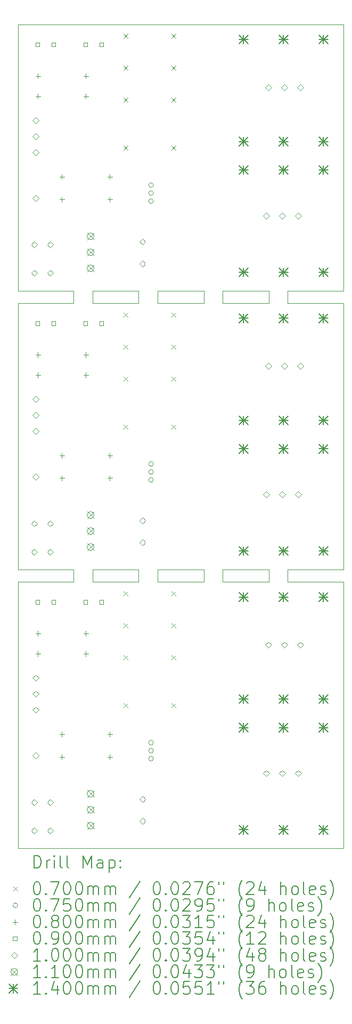
<source format=gbr>
%TF.GenerationSoftware,KiCad,Pcbnew,7.0.9*%
%TF.CreationDate,2024-06-08T14:56:09-04:00*%
%TF.ProjectId,IO-Panel,494f2d50-616e-4656-9c2e-6b696361645f,rev?*%
%TF.SameCoordinates,Original*%
%TF.FileFunction,Drillmap*%
%TF.FilePolarity,Positive*%
%FSLAX45Y45*%
G04 Gerber Fmt 4.5, Leading zero omitted, Abs format (unit mm)*
G04 Created by KiCad (PCBNEW 7.0.9) date 2024-06-08 14:56:09*
%MOMM*%
%LPD*%
G01*
G04 APERTURE LIST*
%ADD10C,0.100000*%
%ADD11C,0.200000*%
%ADD12C,0.110000*%
%ADD13C,0.140000*%
G04 APERTURE END LIST*
D10*
X14482750Y-10860000D02*
X14482750Y-10760100D01*
X13448250Y-10759900D02*
X13448250Y-10660000D01*
X16251750Y-6330150D02*
X16251750Y-6430000D01*
X16551750Y-10759900D02*
X16551750Y-10660000D01*
X15517250Y-10660000D02*
X16251750Y-10660000D01*
X17436250Y-10660000D02*
X17436250Y-6430000D01*
X13448250Y-10660000D02*
X14182750Y-10660000D01*
X12263750Y-6430000D02*
X12263750Y-10660000D01*
X14482750Y-6329950D02*
X14482750Y-6230000D01*
X13148250Y-6329950D02*
X13148250Y-6330150D01*
X14482750Y-6230000D02*
X15217250Y-6230000D01*
X13148250Y-10860000D02*
X12263750Y-10860000D01*
X17436250Y-6230000D02*
X17436250Y-2000000D01*
X14182750Y-10760100D02*
X14182750Y-10860000D01*
X15517250Y-10760100D02*
X15517250Y-10759900D01*
X17436250Y-15090000D02*
X17436250Y-10860000D01*
X14182750Y-10759900D02*
X14182750Y-10760100D01*
X17436250Y-2000000D02*
X12263750Y-2000000D01*
X13148250Y-6230000D02*
X13148250Y-6329950D01*
X14482750Y-10759900D02*
X14482750Y-10660000D01*
X14482750Y-6330150D02*
X14482750Y-6329950D01*
X15217250Y-6329950D02*
X15217250Y-6330150D01*
X13148250Y-6330150D02*
X13148250Y-6430000D01*
X14482750Y-6430000D02*
X14482750Y-6330150D01*
X14482750Y-10660000D02*
X15217250Y-10660000D01*
X12263750Y-15090000D02*
X17436250Y-15090000D01*
X15517250Y-6330150D02*
X15517250Y-6329950D01*
X16251750Y-6430000D02*
X15517250Y-6430000D01*
X15217250Y-6230000D02*
X15217250Y-6329950D01*
X15217250Y-10759900D02*
X15217250Y-10760100D01*
X13448250Y-6230000D02*
X14182750Y-6230000D01*
X16551750Y-6330150D02*
X16551750Y-6329950D01*
X14182750Y-6430000D02*
X13448250Y-6430000D01*
X17436250Y-6430000D02*
X16551750Y-6430000D01*
X14182750Y-6330150D02*
X14182750Y-6430000D01*
X13148250Y-6430000D02*
X12263750Y-6430000D01*
X15517250Y-6230000D02*
X16251750Y-6230000D01*
X13448250Y-6330150D02*
X13448250Y-6329950D01*
X13148250Y-10660000D02*
X13148250Y-10759900D01*
X13448250Y-6329950D02*
X13448250Y-6230000D01*
X15517250Y-10860000D02*
X15517250Y-10760100D01*
X15217250Y-10760100D02*
X15217250Y-10860000D01*
X16551750Y-6430000D02*
X16551750Y-6330150D01*
X12263750Y-10660000D02*
X13148250Y-10660000D01*
X16251750Y-10660000D02*
X16251750Y-10759900D01*
X14182750Y-6230000D02*
X14182750Y-6329950D01*
X15217250Y-6430000D02*
X14482750Y-6430000D01*
X14182750Y-10660000D02*
X14182750Y-10759900D01*
X13148250Y-10760100D02*
X13148250Y-10860000D01*
X16551750Y-6230000D02*
X17436250Y-6230000D01*
X15517250Y-6430000D02*
X15517250Y-6330150D01*
X16251750Y-10860000D02*
X15517250Y-10860000D01*
X15217250Y-10660000D02*
X15217250Y-10759900D01*
X16251750Y-6230000D02*
X16251750Y-6329950D01*
X12263750Y-6230000D02*
X13148250Y-6230000D01*
X13448250Y-6430000D02*
X13448250Y-6330150D01*
X15217250Y-6330150D02*
X15217250Y-6430000D01*
X16251750Y-6329950D02*
X16251750Y-6330150D01*
X14182750Y-10860000D02*
X13448250Y-10860000D01*
X16251750Y-10759900D02*
X16251750Y-10760100D01*
X16551750Y-6329950D02*
X16551750Y-6230000D01*
X16551750Y-10660000D02*
X17436250Y-10660000D01*
X17436250Y-10860000D02*
X16551750Y-10860000D01*
X13448250Y-10860000D02*
X13448250Y-10760100D01*
X16551750Y-10760100D02*
X16551750Y-10759900D01*
X13448250Y-10760100D02*
X13448250Y-10759900D01*
X16551750Y-10860000D02*
X16551750Y-10760100D01*
X13148250Y-10759900D02*
X13148250Y-10760100D01*
X12263750Y-2000000D02*
X12263750Y-6230000D01*
X16251750Y-10760100D02*
X16251750Y-10860000D01*
X12263750Y-10860000D02*
X12263750Y-15090000D01*
X15217250Y-10860000D02*
X14482750Y-10860000D01*
X14182750Y-6329950D02*
X14182750Y-6330150D01*
X14482750Y-10760100D02*
X14482750Y-10759900D01*
X15517250Y-10759900D02*
X15517250Y-10660000D01*
X15517250Y-6329950D02*
X15517250Y-6230000D01*
D11*
D10*
X13943000Y-2147750D02*
X14013000Y-2217750D01*
X14013000Y-2147750D02*
X13943000Y-2217750D01*
X13943000Y-2655750D02*
X14013000Y-2725750D01*
X14013000Y-2655750D02*
X13943000Y-2725750D01*
X13943000Y-3163750D02*
X14013000Y-3233750D01*
X14013000Y-3163750D02*
X13943000Y-3233750D01*
X13943000Y-3925750D02*
X14013000Y-3995750D01*
X14013000Y-3925750D02*
X13943000Y-3995750D01*
X13943000Y-6577750D02*
X14013000Y-6647750D01*
X14013000Y-6577750D02*
X13943000Y-6647750D01*
X13943000Y-7085750D02*
X14013000Y-7155750D01*
X14013000Y-7085750D02*
X13943000Y-7155750D01*
X13943000Y-7593750D02*
X14013000Y-7663750D01*
X14013000Y-7593750D02*
X13943000Y-7663750D01*
X13943000Y-8355750D02*
X14013000Y-8425750D01*
X14013000Y-8355750D02*
X13943000Y-8425750D01*
X13943000Y-11007750D02*
X14013000Y-11077750D01*
X14013000Y-11007750D02*
X13943000Y-11077750D01*
X13943000Y-11515750D02*
X14013000Y-11585750D01*
X14013000Y-11515750D02*
X13943000Y-11585750D01*
X13943000Y-12023750D02*
X14013000Y-12093750D01*
X14013000Y-12023750D02*
X13943000Y-12093750D01*
X13943000Y-12785750D02*
X14013000Y-12855750D01*
X14013000Y-12785750D02*
X13943000Y-12855750D01*
X14705000Y-2147750D02*
X14775000Y-2217750D01*
X14775000Y-2147750D02*
X14705000Y-2217750D01*
X14705000Y-2655750D02*
X14775000Y-2725750D01*
X14775000Y-2655750D02*
X14705000Y-2725750D01*
X14705000Y-3163750D02*
X14775000Y-3233750D01*
X14775000Y-3163750D02*
X14705000Y-3233750D01*
X14705000Y-3925750D02*
X14775000Y-3995750D01*
X14775000Y-3925750D02*
X14705000Y-3995750D01*
X14705000Y-6577750D02*
X14775000Y-6647750D01*
X14775000Y-6577750D02*
X14705000Y-6647750D01*
X14705000Y-7085750D02*
X14775000Y-7155750D01*
X14775000Y-7085750D02*
X14705000Y-7155750D01*
X14705000Y-7593750D02*
X14775000Y-7663750D01*
X14775000Y-7593750D02*
X14705000Y-7663750D01*
X14705000Y-8355750D02*
X14775000Y-8425750D01*
X14775000Y-8355750D02*
X14705000Y-8425750D01*
X14705000Y-11007750D02*
X14775000Y-11077750D01*
X14775000Y-11007750D02*
X14705000Y-11077750D01*
X14705000Y-11515750D02*
X14775000Y-11585750D01*
X14775000Y-11515750D02*
X14705000Y-11585750D01*
X14705000Y-12023750D02*
X14775000Y-12093750D01*
X14775000Y-12023750D02*
X14705000Y-12093750D01*
X14705000Y-12785750D02*
X14775000Y-12855750D01*
X14775000Y-12785750D02*
X14705000Y-12855750D01*
X14417250Y-4553000D02*
G75*
G03*
X14417250Y-4553000I-37500J0D01*
G01*
X14417250Y-4680000D02*
G75*
G03*
X14417250Y-4680000I-37500J0D01*
G01*
X14417250Y-4807000D02*
G75*
G03*
X14417250Y-4807000I-37500J0D01*
G01*
X14417250Y-8983000D02*
G75*
G03*
X14417250Y-8983000I-37500J0D01*
G01*
X14417250Y-9110000D02*
G75*
G03*
X14417250Y-9110000I-37500J0D01*
G01*
X14417250Y-9237000D02*
G75*
G03*
X14417250Y-9237000I-37500J0D01*
G01*
X14417250Y-13413000D02*
G75*
G03*
X14417250Y-13413000I-37500J0D01*
G01*
X14417250Y-13540000D02*
G75*
G03*
X14417250Y-13540000I-37500J0D01*
G01*
X14417250Y-13667000D02*
G75*
G03*
X14417250Y-13667000I-37500J0D01*
G01*
X12582750Y-2780000D02*
X12582750Y-2860000D01*
X12542750Y-2820000D02*
X12622750Y-2820000D01*
X12582750Y-3100000D02*
X12582750Y-3180000D01*
X12542750Y-3140000D02*
X12622750Y-3140000D01*
X12582750Y-7210000D02*
X12582750Y-7290000D01*
X12542750Y-7250000D02*
X12622750Y-7250000D01*
X12582750Y-7530000D02*
X12582750Y-7610000D01*
X12542750Y-7570000D02*
X12622750Y-7570000D01*
X12582750Y-11640000D02*
X12582750Y-11720000D01*
X12542750Y-11680000D02*
X12622750Y-11680000D01*
X12582750Y-11960000D02*
X12582750Y-12040000D01*
X12542750Y-12000000D02*
X12622750Y-12000000D01*
X12962750Y-4380000D02*
X12962750Y-4460000D01*
X12922750Y-4420000D02*
X13002750Y-4420000D01*
X12962750Y-4740000D02*
X12962750Y-4820000D01*
X12922750Y-4780000D02*
X13002750Y-4780000D01*
X12962750Y-8810000D02*
X12962750Y-8890000D01*
X12922750Y-8850000D02*
X13002750Y-8850000D01*
X12962750Y-9170000D02*
X12962750Y-9250000D01*
X12922750Y-9210000D02*
X13002750Y-9210000D01*
X12962750Y-13240000D02*
X12962750Y-13320000D01*
X12922750Y-13280000D02*
X13002750Y-13280000D01*
X12962750Y-13600000D02*
X12962750Y-13680000D01*
X12922750Y-13640000D02*
X13002750Y-13640000D01*
X13344750Y-2780000D02*
X13344750Y-2860000D01*
X13304750Y-2820000D02*
X13384750Y-2820000D01*
X13344750Y-3100000D02*
X13344750Y-3180000D01*
X13304750Y-3140000D02*
X13384750Y-3140000D01*
X13344750Y-7210000D02*
X13344750Y-7290000D01*
X13304750Y-7250000D02*
X13384750Y-7250000D01*
X13344750Y-7530000D02*
X13344750Y-7610000D01*
X13304750Y-7570000D02*
X13384750Y-7570000D01*
X13344750Y-11640000D02*
X13344750Y-11720000D01*
X13304750Y-11680000D02*
X13384750Y-11680000D01*
X13344750Y-11960000D02*
X13344750Y-12040000D01*
X13304750Y-12000000D02*
X13384750Y-12000000D01*
X13724750Y-4380000D02*
X13724750Y-4460000D01*
X13684750Y-4420000D02*
X13764750Y-4420000D01*
X13724750Y-4740000D02*
X13724750Y-4820000D01*
X13684750Y-4780000D02*
X13764750Y-4780000D01*
X13724750Y-8810000D02*
X13724750Y-8890000D01*
X13684750Y-8850000D02*
X13764750Y-8850000D01*
X13724750Y-9170000D02*
X13724750Y-9250000D01*
X13684750Y-9210000D02*
X13764750Y-9210000D01*
X13724750Y-13240000D02*
X13724750Y-13320000D01*
X13684750Y-13280000D02*
X13764750Y-13280000D01*
X13724750Y-13600000D02*
X13724750Y-13680000D01*
X13684750Y-13640000D02*
X13764750Y-13640000D01*
X12608070Y-2351820D02*
X12608070Y-2288180D01*
X12544430Y-2288180D01*
X12544430Y-2351820D01*
X12608070Y-2351820D01*
X12608070Y-6781820D02*
X12608070Y-6718180D01*
X12544430Y-6718180D01*
X12544430Y-6781820D01*
X12608070Y-6781820D01*
X12608070Y-11211820D02*
X12608070Y-11148180D01*
X12544430Y-11148180D01*
X12544430Y-11211820D01*
X12608070Y-11211820D01*
X12862070Y-2351820D02*
X12862070Y-2288180D01*
X12798430Y-2288180D01*
X12798430Y-2351820D01*
X12862070Y-2351820D01*
X12862070Y-6781820D02*
X12862070Y-6718180D01*
X12798430Y-6718180D01*
X12798430Y-6781820D01*
X12862070Y-6781820D01*
X12862070Y-11211820D02*
X12862070Y-11148180D01*
X12798430Y-11148180D01*
X12798430Y-11211820D01*
X12862070Y-11211820D01*
X13369070Y-2351820D02*
X13369070Y-2288180D01*
X13305430Y-2288180D01*
X13305430Y-2351820D01*
X13369070Y-2351820D01*
X13369070Y-6781820D02*
X13369070Y-6718180D01*
X13305430Y-6718180D01*
X13305430Y-6781820D01*
X13369070Y-6781820D01*
X13369070Y-11211820D02*
X13369070Y-11148180D01*
X13305430Y-11148180D01*
X13305430Y-11211820D01*
X13369070Y-11211820D01*
X13623070Y-2351820D02*
X13623070Y-2288180D01*
X13559430Y-2288180D01*
X13559430Y-2351820D01*
X13623070Y-2351820D01*
X13623070Y-6781820D02*
X13623070Y-6718180D01*
X13559430Y-6718180D01*
X13559430Y-6781820D01*
X13623070Y-6781820D01*
X13623070Y-11211820D02*
X13623070Y-11148180D01*
X13559430Y-11148180D01*
X13559430Y-11211820D01*
X13623070Y-11211820D01*
X12523750Y-5550000D02*
X12573750Y-5500000D01*
X12523750Y-5450000D01*
X12473750Y-5500000D01*
X12523750Y-5550000D01*
X12523750Y-6000000D02*
X12573750Y-5950000D01*
X12523750Y-5900000D01*
X12473750Y-5950000D01*
X12523750Y-6000000D01*
X12523750Y-9980000D02*
X12573750Y-9930000D01*
X12523750Y-9880000D01*
X12473750Y-9930000D01*
X12523750Y-9980000D01*
X12523750Y-10430000D02*
X12573750Y-10380000D01*
X12523750Y-10330000D01*
X12473750Y-10380000D01*
X12523750Y-10430000D01*
X12523750Y-14410000D02*
X12573750Y-14360000D01*
X12523750Y-14310000D01*
X12473750Y-14360000D01*
X12523750Y-14410000D01*
X12523750Y-14860000D02*
X12573750Y-14810000D01*
X12523750Y-14760000D01*
X12473750Y-14810000D01*
X12523750Y-14860000D01*
X12543750Y-3574500D02*
X12593750Y-3524500D01*
X12543750Y-3474500D01*
X12493750Y-3524500D01*
X12543750Y-3574500D01*
X12543750Y-3828500D02*
X12593750Y-3778500D01*
X12543750Y-3728500D01*
X12493750Y-3778500D01*
X12543750Y-3828500D01*
X12543750Y-4082500D02*
X12593750Y-4032500D01*
X12543750Y-3982500D01*
X12493750Y-4032500D01*
X12543750Y-4082500D01*
X12543750Y-4810000D02*
X12593750Y-4760000D01*
X12543750Y-4710000D01*
X12493750Y-4760000D01*
X12543750Y-4810000D01*
X12543750Y-8004500D02*
X12593750Y-7954500D01*
X12543750Y-7904500D01*
X12493750Y-7954500D01*
X12543750Y-8004500D01*
X12543750Y-8258500D02*
X12593750Y-8208500D01*
X12543750Y-8158500D01*
X12493750Y-8208500D01*
X12543750Y-8258500D01*
X12543750Y-8512500D02*
X12593750Y-8462500D01*
X12543750Y-8412500D01*
X12493750Y-8462500D01*
X12543750Y-8512500D01*
X12543750Y-9240000D02*
X12593750Y-9190000D01*
X12543750Y-9140000D01*
X12493750Y-9190000D01*
X12543750Y-9240000D01*
X12543750Y-12434500D02*
X12593750Y-12384500D01*
X12543750Y-12334500D01*
X12493750Y-12384500D01*
X12543750Y-12434500D01*
X12543750Y-12688500D02*
X12593750Y-12638500D01*
X12543750Y-12588500D01*
X12493750Y-12638500D01*
X12543750Y-12688500D01*
X12543750Y-12942500D02*
X12593750Y-12892500D01*
X12543750Y-12842500D01*
X12493750Y-12892500D01*
X12543750Y-12942500D01*
X12543750Y-13670000D02*
X12593750Y-13620000D01*
X12543750Y-13570000D01*
X12493750Y-13620000D01*
X12543750Y-13670000D01*
X12777750Y-5550000D02*
X12827750Y-5500000D01*
X12777750Y-5450000D01*
X12727750Y-5500000D01*
X12777750Y-5550000D01*
X12777750Y-6000000D02*
X12827750Y-5950000D01*
X12777750Y-5900000D01*
X12727750Y-5950000D01*
X12777750Y-6000000D01*
X12777750Y-9980000D02*
X12827750Y-9930000D01*
X12777750Y-9880000D01*
X12727750Y-9930000D01*
X12777750Y-9980000D01*
X12777750Y-10430000D02*
X12827750Y-10380000D01*
X12777750Y-10330000D01*
X12727750Y-10380000D01*
X12777750Y-10430000D01*
X12777750Y-14410000D02*
X12827750Y-14360000D01*
X12777750Y-14310000D01*
X12727750Y-14360000D01*
X12777750Y-14410000D01*
X12777750Y-14860000D02*
X12827750Y-14810000D01*
X12777750Y-14760000D01*
X12727750Y-14810000D01*
X12777750Y-14860000D01*
X14243750Y-5501768D02*
X14293750Y-5451768D01*
X14243750Y-5401768D01*
X14193750Y-5451768D01*
X14243750Y-5501768D01*
X14243750Y-5851768D02*
X14293750Y-5801768D01*
X14243750Y-5751768D01*
X14193750Y-5801768D01*
X14243750Y-5851768D01*
X14243750Y-9931768D02*
X14293750Y-9881768D01*
X14243750Y-9831768D01*
X14193750Y-9881768D01*
X14243750Y-9931768D01*
X14243750Y-10281768D02*
X14293750Y-10231768D01*
X14243750Y-10181768D01*
X14193750Y-10231768D01*
X14243750Y-10281768D01*
X14243750Y-14361768D02*
X14293750Y-14311768D01*
X14243750Y-14261768D01*
X14193750Y-14311768D01*
X14243750Y-14361768D01*
X14243750Y-14711768D02*
X14293750Y-14661768D01*
X14243750Y-14611768D01*
X14193750Y-14661768D01*
X14243750Y-14711768D01*
X16209750Y-5090000D02*
X16259750Y-5040000D01*
X16209750Y-4990000D01*
X16159750Y-5040000D01*
X16209750Y-5090000D01*
X16209750Y-9520000D02*
X16259750Y-9470000D01*
X16209750Y-9420000D01*
X16159750Y-9470000D01*
X16209750Y-9520000D01*
X16209750Y-13950000D02*
X16259750Y-13900000D01*
X16209750Y-13850000D01*
X16159750Y-13900000D01*
X16209750Y-13950000D01*
X16243750Y-3050000D02*
X16293750Y-3000000D01*
X16243750Y-2950000D01*
X16193750Y-3000000D01*
X16243750Y-3050000D01*
X16243750Y-7480000D02*
X16293750Y-7430000D01*
X16243750Y-7380000D01*
X16193750Y-7430000D01*
X16243750Y-7480000D01*
X16243750Y-11910000D02*
X16293750Y-11860000D01*
X16243750Y-11810000D01*
X16193750Y-11860000D01*
X16243750Y-11910000D01*
X16463750Y-5090000D02*
X16513750Y-5040000D01*
X16463750Y-4990000D01*
X16413750Y-5040000D01*
X16463750Y-5090000D01*
X16463750Y-9520000D02*
X16513750Y-9470000D01*
X16463750Y-9420000D01*
X16413750Y-9470000D01*
X16463750Y-9520000D01*
X16463750Y-13950000D02*
X16513750Y-13900000D01*
X16463750Y-13850000D01*
X16413750Y-13900000D01*
X16463750Y-13950000D01*
X16497750Y-3050000D02*
X16547750Y-3000000D01*
X16497750Y-2950000D01*
X16447750Y-3000000D01*
X16497750Y-3050000D01*
X16497750Y-7480000D02*
X16547750Y-7430000D01*
X16497750Y-7380000D01*
X16447750Y-7430000D01*
X16497750Y-7480000D01*
X16497750Y-11910000D02*
X16547750Y-11860000D01*
X16497750Y-11810000D01*
X16447750Y-11860000D01*
X16497750Y-11910000D01*
X16717750Y-5090000D02*
X16767750Y-5040000D01*
X16717750Y-4990000D01*
X16667750Y-5040000D01*
X16717750Y-5090000D01*
X16717750Y-9520000D02*
X16767750Y-9470000D01*
X16717750Y-9420000D01*
X16667750Y-9470000D01*
X16717750Y-9520000D01*
X16717750Y-13950000D02*
X16767750Y-13900000D01*
X16717750Y-13850000D01*
X16667750Y-13900000D01*
X16717750Y-13950000D01*
X16751750Y-3050000D02*
X16801750Y-3000000D01*
X16751750Y-2950000D01*
X16701750Y-3000000D01*
X16751750Y-3050000D01*
X16751750Y-7480000D02*
X16801750Y-7430000D01*
X16751750Y-7380000D01*
X16701750Y-7430000D01*
X16751750Y-7480000D01*
X16751750Y-11910000D02*
X16801750Y-11860000D01*
X16751750Y-11810000D01*
X16701750Y-11860000D01*
X16751750Y-11910000D01*
D12*
X13363250Y-5311000D02*
X13473250Y-5421000D01*
X13473250Y-5311000D02*
X13363250Y-5421000D01*
X13473250Y-5366000D02*
G75*
G03*
X13473250Y-5366000I-55000J0D01*
G01*
X13363250Y-5565000D02*
X13473250Y-5675000D01*
X13473250Y-5565000D02*
X13363250Y-5675000D01*
X13473250Y-5620000D02*
G75*
G03*
X13473250Y-5620000I-55000J0D01*
G01*
X13363250Y-5819000D02*
X13473250Y-5929000D01*
X13473250Y-5819000D02*
X13363250Y-5929000D01*
X13473250Y-5874000D02*
G75*
G03*
X13473250Y-5874000I-55000J0D01*
G01*
X13363250Y-9741000D02*
X13473250Y-9851000D01*
X13473250Y-9741000D02*
X13363250Y-9851000D01*
X13473250Y-9796000D02*
G75*
G03*
X13473250Y-9796000I-55000J0D01*
G01*
X13363250Y-9995000D02*
X13473250Y-10105000D01*
X13473250Y-9995000D02*
X13363250Y-10105000D01*
X13473250Y-10050000D02*
G75*
G03*
X13473250Y-10050000I-55000J0D01*
G01*
X13363250Y-10249000D02*
X13473250Y-10359000D01*
X13473250Y-10249000D02*
X13363250Y-10359000D01*
X13473250Y-10304000D02*
G75*
G03*
X13473250Y-10304000I-55000J0D01*
G01*
X13363250Y-14171000D02*
X13473250Y-14281000D01*
X13473250Y-14171000D02*
X13363250Y-14281000D01*
X13473250Y-14226000D02*
G75*
G03*
X13473250Y-14226000I-55000J0D01*
G01*
X13363250Y-14425000D02*
X13473250Y-14535000D01*
X13473250Y-14425000D02*
X13363250Y-14535000D01*
X13473250Y-14480000D02*
G75*
G03*
X13473250Y-14480000I-55000J0D01*
G01*
X13363250Y-14679000D02*
X13473250Y-14789000D01*
X13473250Y-14679000D02*
X13363250Y-14789000D01*
X13473250Y-14734000D02*
G75*
G03*
X13473250Y-14734000I-55000J0D01*
G01*
D13*
X15781250Y-2168500D02*
X15921250Y-2308500D01*
X15921250Y-2168500D02*
X15781250Y-2308500D01*
X15851250Y-2168500D02*
X15851250Y-2308500D01*
X15781250Y-2238500D02*
X15921250Y-2238500D01*
X15781250Y-3791500D02*
X15921250Y-3931500D01*
X15921250Y-3791500D02*
X15781250Y-3931500D01*
X15851250Y-3791500D02*
X15851250Y-3931500D01*
X15781250Y-3861500D02*
X15921250Y-3861500D01*
X15781250Y-4243500D02*
X15921250Y-4383500D01*
X15921250Y-4243500D02*
X15781250Y-4383500D01*
X15851250Y-4243500D02*
X15851250Y-4383500D01*
X15781250Y-4313500D02*
X15921250Y-4313500D01*
X15781250Y-5866500D02*
X15921250Y-6006500D01*
X15921250Y-5866500D02*
X15781250Y-6006500D01*
X15851250Y-5866500D02*
X15851250Y-6006500D01*
X15781250Y-5936500D02*
X15921250Y-5936500D01*
X15781250Y-6598500D02*
X15921250Y-6738500D01*
X15921250Y-6598500D02*
X15781250Y-6738500D01*
X15851250Y-6598500D02*
X15851250Y-6738500D01*
X15781250Y-6668500D02*
X15921250Y-6668500D01*
X15781250Y-8221500D02*
X15921250Y-8361500D01*
X15921250Y-8221500D02*
X15781250Y-8361500D01*
X15851250Y-8221500D02*
X15851250Y-8361500D01*
X15781250Y-8291500D02*
X15921250Y-8291500D01*
X15781250Y-8673500D02*
X15921250Y-8813500D01*
X15921250Y-8673500D02*
X15781250Y-8813500D01*
X15851250Y-8673500D02*
X15851250Y-8813500D01*
X15781250Y-8743500D02*
X15921250Y-8743500D01*
X15781250Y-10296500D02*
X15921250Y-10436500D01*
X15921250Y-10296500D02*
X15781250Y-10436500D01*
X15851250Y-10296500D02*
X15851250Y-10436500D01*
X15781250Y-10366500D02*
X15921250Y-10366500D01*
X15781250Y-11028500D02*
X15921250Y-11168500D01*
X15921250Y-11028500D02*
X15781250Y-11168500D01*
X15851250Y-11028500D02*
X15851250Y-11168500D01*
X15781250Y-11098500D02*
X15921250Y-11098500D01*
X15781250Y-12651500D02*
X15921250Y-12791500D01*
X15921250Y-12651500D02*
X15781250Y-12791500D01*
X15851250Y-12651500D02*
X15851250Y-12791500D01*
X15781250Y-12721500D02*
X15921250Y-12721500D01*
X15781250Y-13103500D02*
X15921250Y-13243500D01*
X15921250Y-13103500D02*
X15781250Y-13243500D01*
X15851250Y-13103500D02*
X15851250Y-13243500D01*
X15781250Y-13173500D02*
X15921250Y-13173500D01*
X15781250Y-14726500D02*
X15921250Y-14866500D01*
X15921250Y-14726500D02*
X15781250Y-14866500D01*
X15851250Y-14726500D02*
X15851250Y-14866500D01*
X15781250Y-14796500D02*
X15921250Y-14796500D01*
X16416250Y-2168500D02*
X16556250Y-2308500D01*
X16556250Y-2168500D02*
X16416250Y-2308500D01*
X16486250Y-2168500D02*
X16486250Y-2308500D01*
X16416250Y-2238500D02*
X16556250Y-2238500D01*
X16416250Y-3791500D02*
X16556250Y-3931500D01*
X16556250Y-3791500D02*
X16416250Y-3931500D01*
X16486250Y-3791500D02*
X16486250Y-3931500D01*
X16416250Y-3861500D02*
X16556250Y-3861500D01*
X16416250Y-4243500D02*
X16556250Y-4383500D01*
X16556250Y-4243500D02*
X16416250Y-4383500D01*
X16486250Y-4243500D02*
X16486250Y-4383500D01*
X16416250Y-4313500D02*
X16556250Y-4313500D01*
X16416250Y-5866500D02*
X16556250Y-6006500D01*
X16556250Y-5866500D02*
X16416250Y-6006500D01*
X16486250Y-5866500D02*
X16486250Y-6006500D01*
X16416250Y-5936500D02*
X16556250Y-5936500D01*
X16416250Y-6598500D02*
X16556250Y-6738500D01*
X16556250Y-6598500D02*
X16416250Y-6738500D01*
X16486250Y-6598500D02*
X16486250Y-6738500D01*
X16416250Y-6668500D02*
X16556250Y-6668500D01*
X16416250Y-8221500D02*
X16556250Y-8361500D01*
X16556250Y-8221500D02*
X16416250Y-8361500D01*
X16486250Y-8221500D02*
X16486250Y-8361500D01*
X16416250Y-8291500D02*
X16556250Y-8291500D01*
X16416250Y-8673500D02*
X16556250Y-8813500D01*
X16556250Y-8673500D02*
X16416250Y-8813500D01*
X16486250Y-8673500D02*
X16486250Y-8813500D01*
X16416250Y-8743500D02*
X16556250Y-8743500D01*
X16416250Y-10296500D02*
X16556250Y-10436500D01*
X16556250Y-10296500D02*
X16416250Y-10436500D01*
X16486250Y-10296500D02*
X16486250Y-10436500D01*
X16416250Y-10366500D02*
X16556250Y-10366500D01*
X16416250Y-11028500D02*
X16556250Y-11168500D01*
X16556250Y-11028500D02*
X16416250Y-11168500D01*
X16486250Y-11028500D02*
X16486250Y-11168500D01*
X16416250Y-11098500D02*
X16556250Y-11098500D01*
X16416250Y-12651500D02*
X16556250Y-12791500D01*
X16556250Y-12651500D02*
X16416250Y-12791500D01*
X16486250Y-12651500D02*
X16486250Y-12791500D01*
X16416250Y-12721500D02*
X16556250Y-12721500D01*
X16416250Y-13103500D02*
X16556250Y-13243500D01*
X16556250Y-13103500D02*
X16416250Y-13243500D01*
X16486250Y-13103500D02*
X16486250Y-13243500D01*
X16416250Y-13173500D02*
X16556250Y-13173500D01*
X16416250Y-14726500D02*
X16556250Y-14866500D01*
X16556250Y-14726500D02*
X16416250Y-14866500D01*
X16486250Y-14726500D02*
X16486250Y-14866500D01*
X16416250Y-14796500D02*
X16556250Y-14796500D01*
X17051250Y-2168500D02*
X17191250Y-2308500D01*
X17191250Y-2168500D02*
X17051250Y-2308500D01*
X17121250Y-2168500D02*
X17121250Y-2308500D01*
X17051250Y-2238500D02*
X17191250Y-2238500D01*
X17051250Y-3791500D02*
X17191250Y-3931500D01*
X17191250Y-3791500D02*
X17051250Y-3931500D01*
X17121250Y-3791500D02*
X17121250Y-3931500D01*
X17051250Y-3861500D02*
X17191250Y-3861500D01*
X17051250Y-4243500D02*
X17191250Y-4383500D01*
X17191250Y-4243500D02*
X17051250Y-4383500D01*
X17121250Y-4243500D02*
X17121250Y-4383500D01*
X17051250Y-4313500D02*
X17191250Y-4313500D01*
X17051250Y-5866500D02*
X17191250Y-6006500D01*
X17191250Y-5866500D02*
X17051250Y-6006500D01*
X17121250Y-5866500D02*
X17121250Y-6006500D01*
X17051250Y-5936500D02*
X17191250Y-5936500D01*
X17051250Y-6598500D02*
X17191250Y-6738500D01*
X17191250Y-6598500D02*
X17051250Y-6738500D01*
X17121250Y-6598500D02*
X17121250Y-6738500D01*
X17051250Y-6668500D02*
X17191250Y-6668500D01*
X17051250Y-8221500D02*
X17191250Y-8361500D01*
X17191250Y-8221500D02*
X17051250Y-8361500D01*
X17121250Y-8221500D02*
X17121250Y-8361500D01*
X17051250Y-8291500D02*
X17191250Y-8291500D01*
X17051250Y-8673500D02*
X17191250Y-8813500D01*
X17191250Y-8673500D02*
X17051250Y-8813500D01*
X17121250Y-8673500D02*
X17121250Y-8813500D01*
X17051250Y-8743500D02*
X17191250Y-8743500D01*
X17051250Y-10296500D02*
X17191250Y-10436500D01*
X17191250Y-10296500D02*
X17051250Y-10436500D01*
X17121250Y-10296500D02*
X17121250Y-10436500D01*
X17051250Y-10366500D02*
X17191250Y-10366500D01*
X17051250Y-11028500D02*
X17191250Y-11168500D01*
X17191250Y-11028500D02*
X17051250Y-11168500D01*
X17121250Y-11028500D02*
X17121250Y-11168500D01*
X17051250Y-11098500D02*
X17191250Y-11098500D01*
X17051250Y-12651500D02*
X17191250Y-12791500D01*
X17191250Y-12651500D02*
X17051250Y-12791500D01*
X17121250Y-12651500D02*
X17121250Y-12791500D01*
X17051250Y-12721500D02*
X17191250Y-12721500D01*
X17051250Y-13103500D02*
X17191250Y-13243500D01*
X17191250Y-13103500D02*
X17051250Y-13243500D01*
X17121250Y-13103500D02*
X17121250Y-13243500D01*
X17051250Y-13173500D02*
X17191250Y-13173500D01*
X17051250Y-14726500D02*
X17191250Y-14866500D01*
X17191250Y-14726500D02*
X17051250Y-14866500D01*
X17121250Y-14726500D02*
X17121250Y-14866500D01*
X17051250Y-14796500D02*
X17191250Y-14796500D01*
D11*
X12519527Y-15406484D02*
X12519527Y-15206484D01*
X12519527Y-15206484D02*
X12567146Y-15206484D01*
X12567146Y-15206484D02*
X12595717Y-15216008D01*
X12595717Y-15216008D02*
X12614765Y-15235055D01*
X12614765Y-15235055D02*
X12624289Y-15254103D01*
X12624289Y-15254103D02*
X12633812Y-15292198D01*
X12633812Y-15292198D02*
X12633812Y-15320769D01*
X12633812Y-15320769D02*
X12624289Y-15358865D01*
X12624289Y-15358865D02*
X12614765Y-15377912D01*
X12614765Y-15377912D02*
X12595717Y-15396960D01*
X12595717Y-15396960D02*
X12567146Y-15406484D01*
X12567146Y-15406484D02*
X12519527Y-15406484D01*
X12719527Y-15406484D02*
X12719527Y-15273150D01*
X12719527Y-15311246D02*
X12729051Y-15292198D01*
X12729051Y-15292198D02*
X12738574Y-15282674D01*
X12738574Y-15282674D02*
X12757622Y-15273150D01*
X12757622Y-15273150D02*
X12776670Y-15273150D01*
X12843336Y-15406484D02*
X12843336Y-15273150D01*
X12843336Y-15206484D02*
X12833812Y-15216008D01*
X12833812Y-15216008D02*
X12843336Y-15225531D01*
X12843336Y-15225531D02*
X12852860Y-15216008D01*
X12852860Y-15216008D02*
X12843336Y-15206484D01*
X12843336Y-15206484D02*
X12843336Y-15225531D01*
X12967146Y-15406484D02*
X12948098Y-15396960D01*
X12948098Y-15396960D02*
X12938574Y-15377912D01*
X12938574Y-15377912D02*
X12938574Y-15206484D01*
X13071908Y-15406484D02*
X13052860Y-15396960D01*
X13052860Y-15396960D02*
X13043336Y-15377912D01*
X13043336Y-15377912D02*
X13043336Y-15206484D01*
X13300479Y-15406484D02*
X13300479Y-15206484D01*
X13300479Y-15206484D02*
X13367146Y-15349341D01*
X13367146Y-15349341D02*
X13433812Y-15206484D01*
X13433812Y-15206484D02*
X13433812Y-15406484D01*
X13614765Y-15406484D02*
X13614765Y-15301722D01*
X13614765Y-15301722D02*
X13605241Y-15282674D01*
X13605241Y-15282674D02*
X13586193Y-15273150D01*
X13586193Y-15273150D02*
X13548098Y-15273150D01*
X13548098Y-15273150D02*
X13529051Y-15282674D01*
X13614765Y-15396960D02*
X13595717Y-15406484D01*
X13595717Y-15406484D02*
X13548098Y-15406484D01*
X13548098Y-15406484D02*
X13529051Y-15396960D01*
X13529051Y-15396960D02*
X13519527Y-15377912D01*
X13519527Y-15377912D02*
X13519527Y-15358865D01*
X13519527Y-15358865D02*
X13529051Y-15339817D01*
X13529051Y-15339817D02*
X13548098Y-15330293D01*
X13548098Y-15330293D02*
X13595717Y-15330293D01*
X13595717Y-15330293D02*
X13614765Y-15320769D01*
X13710003Y-15273150D02*
X13710003Y-15473150D01*
X13710003Y-15282674D02*
X13729051Y-15273150D01*
X13729051Y-15273150D02*
X13767146Y-15273150D01*
X13767146Y-15273150D02*
X13786193Y-15282674D01*
X13786193Y-15282674D02*
X13795717Y-15292198D01*
X13795717Y-15292198D02*
X13805241Y-15311246D01*
X13805241Y-15311246D02*
X13805241Y-15368388D01*
X13805241Y-15368388D02*
X13795717Y-15387436D01*
X13795717Y-15387436D02*
X13786193Y-15396960D01*
X13786193Y-15396960D02*
X13767146Y-15406484D01*
X13767146Y-15406484D02*
X13729051Y-15406484D01*
X13729051Y-15406484D02*
X13710003Y-15396960D01*
X13890955Y-15387436D02*
X13900479Y-15396960D01*
X13900479Y-15396960D02*
X13890955Y-15406484D01*
X13890955Y-15406484D02*
X13881432Y-15396960D01*
X13881432Y-15396960D02*
X13890955Y-15387436D01*
X13890955Y-15387436D02*
X13890955Y-15406484D01*
X13890955Y-15282674D02*
X13900479Y-15292198D01*
X13900479Y-15292198D02*
X13890955Y-15301722D01*
X13890955Y-15301722D02*
X13881432Y-15292198D01*
X13881432Y-15292198D02*
X13890955Y-15282674D01*
X13890955Y-15282674D02*
X13890955Y-15301722D01*
D10*
X12188750Y-15700000D02*
X12258750Y-15770000D01*
X12258750Y-15700000D02*
X12188750Y-15770000D01*
D11*
X12557622Y-15626484D02*
X12576670Y-15626484D01*
X12576670Y-15626484D02*
X12595717Y-15636008D01*
X12595717Y-15636008D02*
X12605241Y-15645531D01*
X12605241Y-15645531D02*
X12614765Y-15664579D01*
X12614765Y-15664579D02*
X12624289Y-15702674D01*
X12624289Y-15702674D02*
X12624289Y-15750293D01*
X12624289Y-15750293D02*
X12614765Y-15788388D01*
X12614765Y-15788388D02*
X12605241Y-15807436D01*
X12605241Y-15807436D02*
X12595717Y-15816960D01*
X12595717Y-15816960D02*
X12576670Y-15826484D01*
X12576670Y-15826484D02*
X12557622Y-15826484D01*
X12557622Y-15826484D02*
X12538574Y-15816960D01*
X12538574Y-15816960D02*
X12529051Y-15807436D01*
X12529051Y-15807436D02*
X12519527Y-15788388D01*
X12519527Y-15788388D02*
X12510003Y-15750293D01*
X12510003Y-15750293D02*
X12510003Y-15702674D01*
X12510003Y-15702674D02*
X12519527Y-15664579D01*
X12519527Y-15664579D02*
X12529051Y-15645531D01*
X12529051Y-15645531D02*
X12538574Y-15636008D01*
X12538574Y-15636008D02*
X12557622Y-15626484D01*
X12710003Y-15807436D02*
X12719527Y-15816960D01*
X12719527Y-15816960D02*
X12710003Y-15826484D01*
X12710003Y-15826484D02*
X12700479Y-15816960D01*
X12700479Y-15816960D02*
X12710003Y-15807436D01*
X12710003Y-15807436D02*
X12710003Y-15826484D01*
X12786193Y-15626484D02*
X12919527Y-15626484D01*
X12919527Y-15626484D02*
X12833812Y-15826484D01*
X13033812Y-15626484D02*
X13052860Y-15626484D01*
X13052860Y-15626484D02*
X13071908Y-15636008D01*
X13071908Y-15636008D02*
X13081432Y-15645531D01*
X13081432Y-15645531D02*
X13090955Y-15664579D01*
X13090955Y-15664579D02*
X13100479Y-15702674D01*
X13100479Y-15702674D02*
X13100479Y-15750293D01*
X13100479Y-15750293D02*
X13090955Y-15788388D01*
X13090955Y-15788388D02*
X13081432Y-15807436D01*
X13081432Y-15807436D02*
X13071908Y-15816960D01*
X13071908Y-15816960D02*
X13052860Y-15826484D01*
X13052860Y-15826484D02*
X13033812Y-15826484D01*
X13033812Y-15826484D02*
X13014765Y-15816960D01*
X13014765Y-15816960D02*
X13005241Y-15807436D01*
X13005241Y-15807436D02*
X12995717Y-15788388D01*
X12995717Y-15788388D02*
X12986193Y-15750293D01*
X12986193Y-15750293D02*
X12986193Y-15702674D01*
X12986193Y-15702674D02*
X12995717Y-15664579D01*
X12995717Y-15664579D02*
X13005241Y-15645531D01*
X13005241Y-15645531D02*
X13014765Y-15636008D01*
X13014765Y-15636008D02*
X13033812Y-15626484D01*
X13224289Y-15626484D02*
X13243336Y-15626484D01*
X13243336Y-15626484D02*
X13262384Y-15636008D01*
X13262384Y-15636008D02*
X13271908Y-15645531D01*
X13271908Y-15645531D02*
X13281432Y-15664579D01*
X13281432Y-15664579D02*
X13290955Y-15702674D01*
X13290955Y-15702674D02*
X13290955Y-15750293D01*
X13290955Y-15750293D02*
X13281432Y-15788388D01*
X13281432Y-15788388D02*
X13271908Y-15807436D01*
X13271908Y-15807436D02*
X13262384Y-15816960D01*
X13262384Y-15816960D02*
X13243336Y-15826484D01*
X13243336Y-15826484D02*
X13224289Y-15826484D01*
X13224289Y-15826484D02*
X13205241Y-15816960D01*
X13205241Y-15816960D02*
X13195717Y-15807436D01*
X13195717Y-15807436D02*
X13186193Y-15788388D01*
X13186193Y-15788388D02*
X13176670Y-15750293D01*
X13176670Y-15750293D02*
X13176670Y-15702674D01*
X13176670Y-15702674D02*
X13186193Y-15664579D01*
X13186193Y-15664579D02*
X13195717Y-15645531D01*
X13195717Y-15645531D02*
X13205241Y-15636008D01*
X13205241Y-15636008D02*
X13224289Y-15626484D01*
X13376670Y-15826484D02*
X13376670Y-15693150D01*
X13376670Y-15712198D02*
X13386193Y-15702674D01*
X13386193Y-15702674D02*
X13405241Y-15693150D01*
X13405241Y-15693150D02*
X13433813Y-15693150D01*
X13433813Y-15693150D02*
X13452860Y-15702674D01*
X13452860Y-15702674D02*
X13462384Y-15721722D01*
X13462384Y-15721722D02*
X13462384Y-15826484D01*
X13462384Y-15721722D02*
X13471908Y-15702674D01*
X13471908Y-15702674D02*
X13490955Y-15693150D01*
X13490955Y-15693150D02*
X13519527Y-15693150D01*
X13519527Y-15693150D02*
X13538574Y-15702674D01*
X13538574Y-15702674D02*
X13548098Y-15721722D01*
X13548098Y-15721722D02*
X13548098Y-15826484D01*
X13643336Y-15826484D02*
X13643336Y-15693150D01*
X13643336Y-15712198D02*
X13652860Y-15702674D01*
X13652860Y-15702674D02*
X13671908Y-15693150D01*
X13671908Y-15693150D02*
X13700479Y-15693150D01*
X13700479Y-15693150D02*
X13719527Y-15702674D01*
X13719527Y-15702674D02*
X13729051Y-15721722D01*
X13729051Y-15721722D02*
X13729051Y-15826484D01*
X13729051Y-15721722D02*
X13738574Y-15702674D01*
X13738574Y-15702674D02*
X13757622Y-15693150D01*
X13757622Y-15693150D02*
X13786193Y-15693150D01*
X13786193Y-15693150D02*
X13805241Y-15702674D01*
X13805241Y-15702674D02*
X13814765Y-15721722D01*
X13814765Y-15721722D02*
X13814765Y-15826484D01*
X14205241Y-15616960D02*
X14033813Y-15874103D01*
X14462384Y-15626484D02*
X14481432Y-15626484D01*
X14481432Y-15626484D02*
X14500479Y-15636008D01*
X14500479Y-15636008D02*
X14510003Y-15645531D01*
X14510003Y-15645531D02*
X14519527Y-15664579D01*
X14519527Y-15664579D02*
X14529051Y-15702674D01*
X14529051Y-15702674D02*
X14529051Y-15750293D01*
X14529051Y-15750293D02*
X14519527Y-15788388D01*
X14519527Y-15788388D02*
X14510003Y-15807436D01*
X14510003Y-15807436D02*
X14500479Y-15816960D01*
X14500479Y-15816960D02*
X14481432Y-15826484D01*
X14481432Y-15826484D02*
X14462384Y-15826484D01*
X14462384Y-15826484D02*
X14443336Y-15816960D01*
X14443336Y-15816960D02*
X14433813Y-15807436D01*
X14433813Y-15807436D02*
X14424289Y-15788388D01*
X14424289Y-15788388D02*
X14414765Y-15750293D01*
X14414765Y-15750293D02*
X14414765Y-15702674D01*
X14414765Y-15702674D02*
X14424289Y-15664579D01*
X14424289Y-15664579D02*
X14433813Y-15645531D01*
X14433813Y-15645531D02*
X14443336Y-15636008D01*
X14443336Y-15636008D02*
X14462384Y-15626484D01*
X14614765Y-15807436D02*
X14624289Y-15816960D01*
X14624289Y-15816960D02*
X14614765Y-15826484D01*
X14614765Y-15826484D02*
X14605241Y-15816960D01*
X14605241Y-15816960D02*
X14614765Y-15807436D01*
X14614765Y-15807436D02*
X14614765Y-15826484D01*
X14748098Y-15626484D02*
X14767146Y-15626484D01*
X14767146Y-15626484D02*
X14786194Y-15636008D01*
X14786194Y-15636008D02*
X14795717Y-15645531D01*
X14795717Y-15645531D02*
X14805241Y-15664579D01*
X14805241Y-15664579D02*
X14814765Y-15702674D01*
X14814765Y-15702674D02*
X14814765Y-15750293D01*
X14814765Y-15750293D02*
X14805241Y-15788388D01*
X14805241Y-15788388D02*
X14795717Y-15807436D01*
X14795717Y-15807436D02*
X14786194Y-15816960D01*
X14786194Y-15816960D02*
X14767146Y-15826484D01*
X14767146Y-15826484D02*
X14748098Y-15826484D01*
X14748098Y-15826484D02*
X14729051Y-15816960D01*
X14729051Y-15816960D02*
X14719527Y-15807436D01*
X14719527Y-15807436D02*
X14710003Y-15788388D01*
X14710003Y-15788388D02*
X14700479Y-15750293D01*
X14700479Y-15750293D02*
X14700479Y-15702674D01*
X14700479Y-15702674D02*
X14710003Y-15664579D01*
X14710003Y-15664579D02*
X14719527Y-15645531D01*
X14719527Y-15645531D02*
X14729051Y-15636008D01*
X14729051Y-15636008D02*
X14748098Y-15626484D01*
X14890956Y-15645531D02*
X14900479Y-15636008D01*
X14900479Y-15636008D02*
X14919527Y-15626484D01*
X14919527Y-15626484D02*
X14967146Y-15626484D01*
X14967146Y-15626484D02*
X14986194Y-15636008D01*
X14986194Y-15636008D02*
X14995717Y-15645531D01*
X14995717Y-15645531D02*
X15005241Y-15664579D01*
X15005241Y-15664579D02*
X15005241Y-15683627D01*
X15005241Y-15683627D02*
X14995717Y-15712198D01*
X14995717Y-15712198D02*
X14881432Y-15826484D01*
X14881432Y-15826484D02*
X15005241Y-15826484D01*
X15071908Y-15626484D02*
X15205241Y-15626484D01*
X15205241Y-15626484D02*
X15119527Y-15826484D01*
X15367146Y-15626484D02*
X15329051Y-15626484D01*
X15329051Y-15626484D02*
X15310003Y-15636008D01*
X15310003Y-15636008D02*
X15300479Y-15645531D01*
X15300479Y-15645531D02*
X15281432Y-15674103D01*
X15281432Y-15674103D02*
X15271908Y-15712198D01*
X15271908Y-15712198D02*
X15271908Y-15788388D01*
X15271908Y-15788388D02*
X15281432Y-15807436D01*
X15281432Y-15807436D02*
X15290956Y-15816960D01*
X15290956Y-15816960D02*
X15310003Y-15826484D01*
X15310003Y-15826484D02*
X15348098Y-15826484D01*
X15348098Y-15826484D02*
X15367146Y-15816960D01*
X15367146Y-15816960D02*
X15376670Y-15807436D01*
X15376670Y-15807436D02*
X15386194Y-15788388D01*
X15386194Y-15788388D02*
X15386194Y-15740769D01*
X15386194Y-15740769D02*
X15376670Y-15721722D01*
X15376670Y-15721722D02*
X15367146Y-15712198D01*
X15367146Y-15712198D02*
X15348098Y-15702674D01*
X15348098Y-15702674D02*
X15310003Y-15702674D01*
X15310003Y-15702674D02*
X15290956Y-15712198D01*
X15290956Y-15712198D02*
X15281432Y-15721722D01*
X15281432Y-15721722D02*
X15271908Y-15740769D01*
X15462384Y-15626484D02*
X15462384Y-15664579D01*
X15538575Y-15626484D02*
X15538575Y-15664579D01*
X15833813Y-15902674D02*
X15824289Y-15893150D01*
X15824289Y-15893150D02*
X15805241Y-15864579D01*
X15805241Y-15864579D02*
X15795718Y-15845531D01*
X15795718Y-15845531D02*
X15786194Y-15816960D01*
X15786194Y-15816960D02*
X15776670Y-15769341D01*
X15776670Y-15769341D02*
X15776670Y-15731246D01*
X15776670Y-15731246D02*
X15786194Y-15683627D01*
X15786194Y-15683627D02*
X15795718Y-15655055D01*
X15795718Y-15655055D02*
X15805241Y-15636008D01*
X15805241Y-15636008D02*
X15824289Y-15607436D01*
X15824289Y-15607436D02*
X15833813Y-15597912D01*
X15900479Y-15645531D02*
X15910003Y-15636008D01*
X15910003Y-15636008D02*
X15929051Y-15626484D01*
X15929051Y-15626484D02*
X15976670Y-15626484D01*
X15976670Y-15626484D02*
X15995718Y-15636008D01*
X15995718Y-15636008D02*
X16005241Y-15645531D01*
X16005241Y-15645531D02*
X16014765Y-15664579D01*
X16014765Y-15664579D02*
X16014765Y-15683627D01*
X16014765Y-15683627D02*
X16005241Y-15712198D01*
X16005241Y-15712198D02*
X15890956Y-15826484D01*
X15890956Y-15826484D02*
X16014765Y-15826484D01*
X16186194Y-15693150D02*
X16186194Y-15826484D01*
X16138575Y-15616960D02*
X16090956Y-15759817D01*
X16090956Y-15759817D02*
X16214765Y-15759817D01*
X16443337Y-15826484D02*
X16443337Y-15626484D01*
X16529051Y-15826484D02*
X16529051Y-15721722D01*
X16529051Y-15721722D02*
X16519527Y-15702674D01*
X16519527Y-15702674D02*
X16500480Y-15693150D01*
X16500480Y-15693150D02*
X16471908Y-15693150D01*
X16471908Y-15693150D02*
X16452860Y-15702674D01*
X16452860Y-15702674D02*
X16443337Y-15712198D01*
X16652860Y-15826484D02*
X16633813Y-15816960D01*
X16633813Y-15816960D02*
X16624289Y-15807436D01*
X16624289Y-15807436D02*
X16614765Y-15788388D01*
X16614765Y-15788388D02*
X16614765Y-15731246D01*
X16614765Y-15731246D02*
X16624289Y-15712198D01*
X16624289Y-15712198D02*
X16633813Y-15702674D01*
X16633813Y-15702674D02*
X16652860Y-15693150D01*
X16652860Y-15693150D02*
X16681432Y-15693150D01*
X16681432Y-15693150D02*
X16700480Y-15702674D01*
X16700480Y-15702674D02*
X16710003Y-15712198D01*
X16710003Y-15712198D02*
X16719527Y-15731246D01*
X16719527Y-15731246D02*
X16719527Y-15788388D01*
X16719527Y-15788388D02*
X16710003Y-15807436D01*
X16710003Y-15807436D02*
X16700480Y-15816960D01*
X16700480Y-15816960D02*
X16681432Y-15826484D01*
X16681432Y-15826484D02*
X16652860Y-15826484D01*
X16833813Y-15826484D02*
X16814765Y-15816960D01*
X16814765Y-15816960D02*
X16805242Y-15797912D01*
X16805242Y-15797912D02*
X16805242Y-15626484D01*
X16986194Y-15816960D02*
X16967146Y-15826484D01*
X16967146Y-15826484D02*
X16929051Y-15826484D01*
X16929051Y-15826484D02*
X16910003Y-15816960D01*
X16910003Y-15816960D02*
X16900480Y-15797912D01*
X16900480Y-15797912D02*
X16900480Y-15721722D01*
X16900480Y-15721722D02*
X16910003Y-15702674D01*
X16910003Y-15702674D02*
X16929051Y-15693150D01*
X16929051Y-15693150D02*
X16967146Y-15693150D01*
X16967146Y-15693150D02*
X16986194Y-15702674D01*
X16986194Y-15702674D02*
X16995718Y-15721722D01*
X16995718Y-15721722D02*
X16995718Y-15740769D01*
X16995718Y-15740769D02*
X16900480Y-15759817D01*
X17071908Y-15816960D02*
X17090956Y-15826484D01*
X17090956Y-15826484D02*
X17129051Y-15826484D01*
X17129051Y-15826484D02*
X17148099Y-15816960D01*
X17148099Y-15816960D02*
X17157623Y-15797912D01*
X17157623Y-15797912D02*
X17157623Y-15788388D01*
X17157623Y-15788388D02*
X17148099Y-15769341D01*
X17148099Y-15769341D02*
X17129051Y-15759817D01*
X17129051Y-15759817D02*
X17100480Y-15759817D01*
X17100480Y-15759817D02*
X17081432Y-15750293D01*
X17081432Y-15750293D02*
X17071908Y-15731246D01*
X17071908Y-15731246D02*
X17071908Y-15721722D01*
X17071908Y-15721722D02*
X17081432Y-15702674D01*
X17081432Y-15702674D02*
X17100480Y-15693150D01*
X17100480Y-15693150D02*
X17129051Y-15693150D01*
X17129051Y-15693150D02*
X17148099Y-15702674D01*
X17224289Y-15902674D02*
X17233813Y-15893150D01*
X17233813Y-15893150D02*
X17252861Y-15864579D01*
X17252861Y-15864579D02*
X17262384Y-15845531D01*
X17262384Y-15845531D02*
X17271908Y-15816960D01*
X17271908Y-15816960D02*
X17281432Y-15769341D01*
X17281432Y-15769341D02*
X17281432Y-15731246D01*
X17281432Y-15731246D02*
X17271908Y-15683627D01*
X17271908Y-15683627D02*
X17262384Y-15655055D01*
X17262384Y-15655055D02*
X17252861Y-15636008D01*
X17252861Y-15636008D02*
X17233813Y-15607436D01*
X17233813Y-15607436D02*
X17224289Y-15597912D01*
D10*
X12258750Y-15999000D02*
G75*
G03*
X12258750Y-15999000I-37500J0D01*
G01*
D11*
X12557622Y-15890484D02*
X12576670Y-15890484D01*
X12576670Y-15890484D02*
X12595717Y-15900008D01*
X12595717Y-15900008D02*
X12605241Y-15909531D01*
X12605241Y-15909531D02*
X12614765Y-15928579D01*
X12614765Y-15928579D02*
X12624289Y-15966674D01*
X12624289Y-15966674D02*
X12624289Y-16014293D01*
X12624289Y-16014293D02*
X12614765Y-16052388D01*
X12614765Y-16052388D02*
X12605241Y-16071436D01*
X12605241Y-16071436D02*
X12595717Y-16080960D01*
X12595717Y-16080960D02*
X12576670Y-16090484D01*
X12576670Y-16090484D02*
X12557622Y-16090484D01*
X12557622Y-16090484D02*
X12538574Y-16080960D01*
X12538574Y-16080960D02*
X12529051Y-16071436D01*
X12529051Y-16071436D02*
X12519527Y-16052388D01*
X12519527Y-16052388D02*
X12510003Y-16014293D01*
X12510003Y-16014293D02*
X12510003Y-15966674D01*
X12510003Y-15966674D02*
X12519527Y-15928579D01*
X12519527Y-15928579D02*
X12529051Y-15909531D01*
X12529051Y-15909531D02*
X12538574Y-15900008D01*
X12538574Y-15900008D02*
X12557622Y-15890484D01*
X12710003Y-16071436D02*
X12719527Y-16080960D01*
X12719527Y-16080960D02*
X12710003Y-16090484D01*
X12710003Y-16090484D02*
X12700479Y-16080960D01*
X12700479Y-16080960D02*
X12710003Y-16071436D01*
X12710003Y-16071436D02*
X12710003Y-16090484D01*
X12786193Y-15890484D02*
X12919527Y-15890484D01*
X12919527Y-15890484D02*
X12833812Y-16090484D01*
X13090955Y-15890484D02*
X12995717Y-15890484D01*
X12995717Y-15890484D02*
X12986193Y-15985722D01*
X12986193Y-15985722D02*
X12995717Y-15976198D01*
X12995717Y-15976198D02*
X13014765Y-15966674D01*
X13014765Y-15966674D02*
X13062384Y-15966674D01*
X13062384Y-15966674D02*
X13081432Y-15976198D01*
X13081432Y-15976198D02*
X13090955Y-15985722D01*
X13090955Y-15985722D02*
X13100479Y-16004769D01*
X13100479Y-16004769D02*
X13100479Y-16052388D01*
X13100479Y-16052388D02*
X13090955Y-16071436D01*
X13090955Y-16071436D02*
X13081432Y-16080960D01*
X13081432Y-16080960D02*
X13062384Y-16090484D01*
X13062384Y-16090484D02*
X13014765Y-16090484D01*
X13014765Y-16090484D02*
X12995717Y-16080960D01*
X12995717Y-16080960D02*
X12986193Y-16071436D01*
X13224289Y-15890484D02*
X13243336Y-15890484D01*
X13243336Y-15890484D02*
X13262384Y-15900008D01*
X13262384Y-15900008D02*
X13271908Y-15909531D01*
X13271908Y-15909531D02*
X13281432Y-15928579D01*
X13281432Y-15928579D02*
X13290955Y-15966674D01*
X13290955Y-15966674D02*
X13290955Y-16014293D01*
X13290955Y-16014293D02*
X13281432Y-16052388D01*
X13281432Y-16052388D02*
X13271908Y-16071436D01*
X13271908Y-16071436D02*
X13262384Y-16080960D01*
X13262384Y-16080960D02*
X13243336Y-16090484D01*
X13243336Y-16090484D02*
X13224289Y-16090484D01*
X13224289Y-16090484D02*
X13205241Y-16080960D01*
X13205241Y-16080960D02*
X13195717Y-16071436D01*
X13195717Y-16071436D02*
X13186193Y-16052388D01*
X13186193Y-16052388D02*
X13176670Y-16014293D01*
X13176670Y-16014293D02*
X13176670Y-15966674D01*
X13176670Y-15966674D02*
X13186193Y-15928579D01*
X13186193Y-15928579D02*
X13195717Y-15909531D01*
X13195717Y-15909531D02*
X13205241Y-15900008D01*
X13205241Y-15900008D02*
X13224289Y-15890484D01*
X13376670Y-16090484D02*
X13376670Y-15957150D01*
X13376670Y-15976198D02*
X13386193Y-15966674D01*
X13386193Y-15966674D02*
X13405241Y-15957150D01*
X13405241Y-15957150D02*
X13433813Y-15957150D01*
X13433813Y-15957150D02*
X13452860Y-15966674D01*
X13452860Y-15966674D02*
X13462384Y-15985722D01*
X13462384Y-15985722D02*
X13462384Y-16090484D01*
X13462384Y-15985722D02*
X13471908Y-15966674D01*
X13471908Y-15966674D02*
X13490955Y-15957150D01*
X13490955Y-15957150D02*
X13519527Y-15957150D01*
X13519527Y-15957150D02*
X13538574Y-15966674D01*
X13538574Y-15966674D02*
X13548098Y-15985722D01*
X13548098Y-15985722D02*
X13548098Y-16090484D01*
X13643336Y-16090484D02*
X13643336Y-15957150D01*
X13643336Y-15976198D02*
X13652860Y-15966674D01*
X13652860Y-15966674D02*
X13671908Y-15957150D01*
X13671908Y-15957150D02*
X13700479Y-15957150D01*
X13700479Y-15957150D02*
X13719527Y-15966674D01*
X13719527Y-15966674D02*
X13729051Y-15985722D01*
X13729051Y-15985722D02*
X13729051Y-16090484D01*
X13729051Y-15985722D02*
X13738574Y-15966674D01*
X13738574Y-15966674D02*
X13757622Y-15957150D01*
X13757622Y-15957150D02*
X13786193Y-15957150D01*
X13786193Y-15957150D02*
X13805241Y-15966674D01*
X13805241Y-15966674D02*
X13814765Y-15985722D01*
X13814765Y-15985722D02*
X13814765Y-16090484D01*
X14205241Y-15880960D02*
X14033813Y-16138103D01*
X14462384Y-15890484D02*
X14481432Y-15890484D01*
X14481432Y-15890484D02*
X14500479Y-15900008D01*
X14500479Y-15900008D02*
X14510003Y-15909531D01*
X14510003Y-15909531D02*
X14519527Y-15928579D01*
X14519527Y-15928579D02*
X14529051Y-15966674D01*
X14529051Y-15966674D02*
X14529051Y-16014293D01*
X14529051Y-16014293D02*
X14519527Y-16052388D01*
X14519527Y-16052388D02*
X14510003Y-16071436D01*
X14510003Y-16071436D02*
X14500479Y-16080960D01*
X14500479Y-16080960D02*
X14481432Y-16090484D01*
X14481432Y-16090484D02*
X14462384Y-16090484D01*
X14462384Y-16090484D02*
X14443336Y-16080960D01*
X14443336Y-16080960D02*
X14433813Y-16071436D01*
X14433813Y-16071436D02*
X14424289Y-16052388D01*
X14424289Y-16052388D02*
X14414765Y-16014293D01*
X14414765Y-16014293D02*
X14414765Y-15966674D01*
X14414765Y-15966674D02*
X14424289Y-15928579D01*
X14424289Y-15928579D02*
X14433813Y-15909531D01*
X14433813Y-15909531D02*
X14443336Y-15900008D01*
X14443336Y-15900008D02*
X14462384Y-15890484D01*
X14614765Y-16071436D02*
X14624289Y-16080960D01*
X14624289Y-16080960D02*
X14614765Y-16090484D01*
X14614765Y-16090484D02*
X14605241Y-16080960D01*
X14605241Y-16080960D02*
X14614765Y-16071436D01*
X14614765Y-16071436D02*
X14614765Y-16090484D01*
X14748098Y-15890484D02*
X14767146Y-15890484D01*
X14767146Y-15890484D02*
X14786194Y-15900008D01*
X14786194Y-15900008D02*
X14795717Y-15909531D01*
X14795717Y-15909531D02*
X14805241Y-15928579D01*
X14805241Y-15928579D02*
X14814765Y-15966674D01*
X14814765Y-15966674D02*
X14814765Y-16014293D01*
X14814765Y-16014293D02*
X14805241Y-16052388D01*
X14805241Y-16052388D02*
X14795717Y-16071436D01*
X14795717Y-16071436D02*
X14786194Y-16080960D01*
X14786194Y-16080960D02*
X14767146Y-16090484D01*
X14767146Y-16090484D02*
X14748098Y-16090484D01*
X14748098Y-16090484D02*
X14729051Y-16080960D01*
X14729051Y-16080960D02*
X14719527Y-16071436D01*
X14719527Y-16071436D02*
X14710003Y-16052388D01*
X14710003Y-16052388D02*
X14700479Y-16014293D01*
X14700479Y-16014293D02*
X14700479Y-15966674D01*
X14700479Y-15966674D02*
X14710003Y-15928579D01*
X14710003Y-15928579D02*
X14719527Y-15909531D01*
X14719527Y-15909531D02*
X14729051Y-15900008D01*
X14729051Y-15900008D02*
X14748098Y-15890484D01*
X14890956Y-15909531D02*
X14900479Y-15900008D01*
X14900479Y-15900008D02*
X14919527Y-15890484D01*
X14919527Y-15890484D02*
X14967146Y-15890484D01*
X14967146Y-15890484D02*
X14986194Y-15900008D01*
X14986194Y-15900008D02*
X14995717Y-15909531D01*
X14995717Y-15909531D02*
X15005241Y-15928579D01*
X15005241Y-15928579D02*
X15005241Y-15947627D01*
X15005241Y-15947627D02*
X14995717Y-15976198D01*
X14995717Y-15976198D02*
X14881432Y-16090484D01*
X14881432Y-16090484D02*
X15005241Y-16090484D01*
X15100479Y-16090484D02*
X15138575Y-16090484D01*
X15138575Y-16090484D02*
X15157622Y-16080960D01*
X15157622Y-16080960D02*
X15167146Y-16071436D01*
X15167146Y-16071436D02*
X15186194Y-16042865D01*
X15186194Y-16042865D02*
X15195717Y-16004769D01*
X15195717Y-16004769D02*
X15195717Y-15928579D01*
X15195717Y-15928579D02*
X15186194Y-15909531D01*
X15186194Y-15909531D02*
X15176670Y-15900008D01*
X15176670Y-15900008D02*
X15157622Y-15890484D01*
X15157622Y-15890484D02*
X15119527Y-15890484D01*
X15119527Y-15890484D02*
X15100479Y-15900008D01*
X15100479Y-15900008D02*
X15090956Y-15909531D01*
X15090956Y-15909531D02*
X15081432Y-15928579D01*
X15081432Y-15928579D02*
X15081432Y-15976198D01*
X15081432Y-15976198D02*
X15090956Y-15995246D01*
X15090956Y-15995246D02*
X15100479Y-16004769D01*
X15100479Y-16004769D02*
X15119527Y-16014293D01*
X15119527Y-16014293D02*
X15157622Y-16014293D01*
X15157622Y-16014293D02*
X15176670Y-16004769D01*
X15176670Y-16004769D02*
X15186194Y-15995246D01*
X15186194Y-15995246D02*
X15195717Y-15976198D01*
X15376670Y-15890484D02*
X15281432Y-15890484D01*
X15281432Y-15890484D02*
X15271908Y-15985722D01*
X15271908Y-15985722D02*
X15281432Y-15976198D01*
X15281432Y-15976198D02*
X15300479Y-15966674D01*
X15300479Y-15966674D02*
X15348098Y-15966674D01*
X15348098Y-15966674D02*
X15367146Y-15976198D01*
X15367146Y-15976198D02*
X15376670Y-15985722D01*
X15376670Y-15985722D02*
X15386194Y-16004769D01*
X15386194Y-16004769D02*
X15386194Y-16052388D01*
X15386194Y-16052388D02*
X15376670Y-16071436D01*
X15376670Y-16071436D02*
X15367146Y-16080960D01*
X15367146Y-16080960D02*
X15348098Y-16090484D01*
X15348098Y-16090484D02*
X15300479Y-16090484D01*
X15300479Y-16090484D02*
X15281432Y-16080960D01*
X15281432Y-16080960D02*
X15271908Y-16071436D01*
X15462384Y-15890484D02*
X15462384Y-15928579D01*
X15538575Y-15890484D02*
X15538575Y-15928579D01*
X15833813Y-16166674D02*
X15824289Y-16157150D01*
X15824289Y-16157150D02*
X15805241Y-16128579D01*
X15805241Y-16128579D02*
X15795718Y-16109531D01*
X15795718Y-16109531D02*
X15786194Y-16080960D01*
X15786194Y-16080960D02*
X15776670Y-16033341D01*
X15776670Y-16033341D02*
X15776670Y-15995246D01*
X15776670Y-15995246D02*
X15786194Y-15947627D01*
X15786194Y-15947627D02*
X15795718Y-15919055D01*
X15795718Y-15919055D02*
X15805241Y-15900008D01*
X15805241Y-15900008D02*
X15824289Y-15871436D01*
X15824289Y-15871436D02*
X15833813Y-15861912D01*
X15919527Y-16090484D02*
X15957622Y-16090484D01*
X15957622Y-16090484D02*
X15976670Y-16080960D01*
X15976670Y-16080960D02*
X15986194Y-16071436D01*
X15986194Y-16071436D02*
X16005241Y-16042865D01*
X16005241Y-16042865D02*
X16014765Y-16004769D01*
X16014765Y-16004769D02*
X16014765Y-15928579D01*
X16014765Y-15928579D02*
X16005241Y-15909531D01*
X16005241Y-15909531D02*
X15995718Y-15900008D01*
X15995718Y-15900008D02*
X15976670Y-15890484D01*
X15976670Y-15890484D02*
X15938575Y-15890484D01*
X15938575Y-15890484D02*
X15919527Y-15900008D01*
X15919527Y-15900008D02*
X15910003Y-15909531D01*
X15910003Y-15909531D02*
X15900479Y-15928579D01*
X15900479Y-15928579D02*
X15900479Y-15976198D01*
X15900479Y-15976198D02*
X15910003Y-15995246D01*
X15910003Y-15995246D02*
X15919527Y-16004769D01*
X15919527Y-16004769D02*
X15938575Y-16014293D01*
X15938575Y-16014293D02*
X15976670Y-16014293D01*
X15976670Y-16014293D02*
X15995718Y-16004769D01*
X15995718Y-16004769D02*
X16005241Y-15995246D01*
X16005241Y-15995246D02*
X16014765Y-15976198D01*
X16252860Y-16090484D02*
X16252860Y-15890484D01*
X16338575Y-16090484D02*
X16338575Y-15985722D01*
X16338575Y-15985722D02*
X16329051Y-15966674D01*
X16329051Y-15966674D02*
X16310003Y-15957150D01*
X16310003Y-15957150D02*
X16281432Y-15957150D01*
X16281432Y-15957150D02*
X16262384Y-15966674D01*
X16262384Y-15966674D02*
X16252860Y-15976198D01*
X16462384Y-16090484D02*
X16443337Y-16080960D01*
X16443337Y-16080960D02*
X16433813Y-16071436D01*
X16433813Y-16071436D02*
X16424289Y-16052388D01*
X16424289Y-16052388D02*
X16424289Y-15995246D01*
X16424289Y-15995246D02*
X16433813Y-15976198D01*
X16433813Y-15976198D02*
X16443337Y-15966674D01*
X16443337Y-15966674D02*
X16462384Y-15957150D01*
X16462384Y-15957150D02*
X16490956Y-15957150D01*
X16490956Y-15957150D02*
X16510003Y-15966674D01*
X16510003Y-15966674D02*
X16519527Y-15976198D01*
X16519527Y-15976198D02*
X16529051Y-15995246D01*
X16529051Y-15995246D02*
X16529051Y-16052388D01*
X16529051Y-16052388D02*
X16519527Y-16071436D01*
X16519527Y-16071436D02*
X16510003Y-16080960D01*
X16510003Y-16080960D02*
X16490956Y-16090484D01*
X16490956Y-16090484D02*
X16462384Y-16090484D01*
X16643337Y-16090484D02*
X16624289Y-16080960D01*
X16624289Y-16080960D02*
X16614765Y-16061912D01*
X16614765Y-16061912D02*
X16614765Y-15890484D01*
X16795718Y-16080960D02*
X16776670Y-16090484D01*
X16776670Y-16090484D02*
X16738575Y-16090484D01*
X16738575Y-16090484D02*
X16719527Y-16080960D01*
X16719527Y-16080960D02*
X16710003Y-16061912D01*
X16710003Y-16061912D02*
X16710003Y-15985722D01*
X16710003Y-15985722D02*
X16719527Y-15966674D01*
X16719527Y-15966674D02*
X16738575Y-15957150D01*
X16738575Y-15957150D02*
X16776670Y-15957150D01*
X16776670Y-15957150D02*
X16795718Y-15966674D01*
X16795718Y-15966674D02*
X16805242Y-15985722D01*
X16805242Y-15985722D02*
X16805242Y-16004769D01*
X16805242Y-16004769D02*
X16710003Y-16023817D01*
X16881432Y-16080960D02*
X16900480Y-16090484D01*
X16900480Y-16090484D02*
X16938575Y-16090484D01*
X16938575Y-16090484D02*
X16957623Y-16080960D01*
X16957623Y-16080960D02*
X16967146Y-16061912D01*
X16967146Y-16061912D02*
X16967146Y-16052388D01*
X16967146Y-16052388D02*
X16957623Y-16033341D01*
X16957623Y-16033341D02*
X16938575Y-16023817D01*
X16938575Y-16023817D02*
X16910003Y-16023817D01*
X16910003Y-16023817D02*
X16890956Y-16014293D01*
X16890956Y-16014293D02*
X16881432Y-15995246D01*
X16881432Y-15995246D02*
X16881432Y-15985722D01*
X16881432Y-15985722D02*
X16890956Y-15966674D01*
X16890956Y-15966674D02*
X16910003Y-15957150D01*
X16910003Y-15957150D02*
X16938575Y-15957150D01*
X16938575Y-15957150D02*
X16957623Y-15966674D01*
X17033813Y-16166674D02*
X17043337Y-16157150D01*
X17043337Y-16157150D02*
X17062384Y-16128579D01*
X17062384Y-16128579D02*
X17071908Y-16109531D01*
X17071908Y-16109531D02*
X17081432Y-16080960D01*
X17081432Y-16080960D02*
X17090956Y-16033341D01*
X17090956Y-16033341D02*
X17090956Y-15995246D01*
X17090956Y-15995246D02*
X17081432Y-15947627D01*
X17081432Y-15947627D02*
X17071908Y-15919055D01*
X17071908Y-15919055D02*
X17062384Y-15900008D01*
X17062384Y-15900008D02*
X17043337Y-15871436D01*
X17043337Y-15871436D02*
X17033813Y-15861912D01*
D10*
X12218750Y-16223000D02*
X12218750Y-16303000D01*
X12178750Y-16263000D02*
X12258750Y-16263000D01*
D11*
X12557622Y-16154484D02*
X12576670Y-16154484D01*
X12576670Y-16154484D02*
X12595717Y-16164008D01*
X12595717Y-16164008D02*
X12605241Y-16173531D01*
X12605241Y-16173531D02*
X12614765Y-16192579D01*
X12614765Y-16192579D02*
X12624289Y-16230674D01*
X12624289Y-16230674D02*
X12624289Y-16278293D01*
X12624289Y-16278293D02*
X12614765Y-16316388D01*
X12614765Y-16316388D02*
X12605241Y-16335436D01*
X12605241Y-16335436D02*
X12595717Y-16344960D01*
X12595717Y-16344960D02*
X12576670Y-16354484D01*
X12576670Y-16354484D02*
X12557622Y-16354484D01*
X12557622Y-16354484D02*
X12538574Y-16344960D01*
X12538574Y-16344960D02*
X12529051Y-16335436D01*
X12529051Y-16335436D02*
X12519527Y-16316388D01*
X12519527Y-16316388D02*
X12510003Y-16278293D01*
X12510003Y-16278293D02*
X12510003Y-16230674D01*
X12510003Y-16230674D02*
X12519527Y-16192579D01*
X12519527Y-16192579D02*
X12529051Y-16173531D01*
X12529051Y-16173531D02*
X12538574Y-16164008D01*
X12538574Y-16164008D02*
X12557622Y-16154484D01*
X12710003Y-16335436D02*
X12719527Y-16344960D01*
X12719527Y-16344960D02*
X12710003Y-16354484D01*
X12710003Y-16354484D02*
X12700479Y-16344960D01*
X12700479Y-16344960D02*
X12710003Y-16335436D01*
X12710003Y-16335436D02*
X12710003Y-16354484D01*
X12833812Y-16240198D02*
X12814765Y-16230674D01*
X12814765Y-16230674D02*
X12805241Y-16221150D01*
X12805241Y-16221150D02*
X12795717Y-16202103D01*
X12795717Y-16202103D02*
X12795717Y-16192579D01*
X12795717Y-16192579D02*
X12805241Y-16173531D01*
X12805241Y-16173531D02*
X12814765Y-16164008D01*
X12814765Y-16164008D02*
X12833812Y-16154484D01*
X12833812Y-16154484D02*
X12871908Y-16154484D01*
X12871908Y-16154484D02*
X12890955Y-16164008D01*
X12890955Y-16164008D02*
X12900479Y-16173531D01*
X12900479Y-16173531D02*
X12910003Y-16192579D01*
X12910003Y-16192579D02*
X12910003Y-16202103D01*
X12910003Y-16202103D02*
X12900479Y-16221150D01*
X12900479Y-16221150D02*
X12890955Y-16230674D01*
X12890955Y-16230674D02*
X12871908Y-16240198D01*
X12871908Y-16240198D02*
X12833812Y-16240198D01*
X12833812Y-16240198D02*
X12814765Y-16249722D01*
X12814765Y-16249722D02*
X12805241Y-16259246D01*
X12805241Y-16259246D02*
X12795717Y-16278293D01*
X12795717Y-16278293D02*
X12795717Y-16316388D01*
X12795717Y-16316388D02*
X12805241Y-16335436D01*
X12805241Y-16335436D02*
X12814765Y-16344960D01*
X12814765Y-16344960D02*
X12833812Y-16354484D01*
X12833812Y-16354484D02*
X12871908Y-16354484D01*
X12871908Y-16354484D02*
X12890955Y-16344960D01*
X12890955Y-16344960D02*
X12900479Y-16335436D01*
X12900479Y-16335436D02*
X12910003Y-16316388D01*
X12910003Y-16316388D02*
X12910003Y-16278293D01*
X12910003Y-16278293D02*
X12900479Y-16259246D01*
X12900479Y-16259246D02*
X12890955Y-16249722D01*
X12890955Y-16249722D02*
X12871908Y-16240198D01*
X13033812Y-16154484D02*
X13052860Y-16154484D01*
X13052860Y-16154484D02*
X13071908Y-16164008D01*
X13071908Y-16164008D02*
X13081432Y-16173531D01*
X13081432Y-16173531D02*
X13090955Y-16192579D01*
X13090955Y-16192579D02*
X13100479Y-16230674D01*
X13100479Y-16230674D02*
X13100479Y-16278293D01*
X13100479Y-16278293D02*
X13090955Y-16316388D01*
X13090955Y-16316388D02*
X13081432Y-16335436D01*
X13081432Y-16335436D02*
X13071908Y-16344960D01*
X13071908Y-16344960D02*
X13052860Y-16354484D01*
X13052860Y-16354484D02*
X13033812Y-16354484D01*
X13033812Y-16354484D02*
X13014765Y-16344960D01*
X13014765Y-16344960D02*
X13005241Y-16335436D01*
X13005241Y-16335436D02*
X12995717Y-16316388D01*
X12995717Y-16316388D02*
X12986193Y-16278293D01*
X12986193Y-16278293D02*
X12986193Y-16230674D01*
X12986193Y-16230674D02*
X12995717Y-16192579D01*
X12995717Y-16192579D02*
X13005241Y-16173531D01*
X13005241Y-16173531D02*
X13014765Y-16164008D01*
X13014765Y-16164008D02*
X13033812Y-16154484D01*
X13224289Y-16154484D02*
X13243336Y-16154484D01*
X13243336Y-16154484D02*
X13262384Y-16164008D01*
X13262384Y-16164008D02*
X13271908Y-16173531D01*
X13271908Y-16173531D02*
X13281432Y-16192579D01*
X13281432Y-16192579D02*
X13290955Y-16230674D01*
X13290955Y-16230674D02*
X13290955Y-16278293D01*
X13290955Y-16278293D02*
X13281432Y-16316388D01*
X13281432Y-16316388D02*
X13271908Y-16335436D01*
X13271908Y-16335436D02*
X13262384Y-16344960D01*
X13262384Y-16344960D02*
X13243336Y-16354484D01*
X13243336Y-16354484D02*
X13224289Y-16354484D01*
X13224289Y-16354484D02*
X13205241Y-16344960D01*
X13205241Y-16344960D02*
X13195717Y-16335436D01*
X13195717Y-16335436D02*
X13186193Y-16316388D01*
X13186193Y-16316388D02*
X13176670Y-16278293D01*
X13176670Y-16278293D02*
X13176670Y-16230674D01*
X13176670Y-16230674D02*
X13186193Y-16192579D01*
X13186193Y-16192579D02*
X13195717Y-16173531D01*
X13195717Y-16173531D02*
X13205241Y-16164008D01*
X13205241Y-16164008D02*
X13224289Y-16154484D01*
X13376670Y-16354484D02*
X13376670Y-16221150D01*
X13376670Y-16240198D02*
X13386193Y-16230674D01*
X13386193Y-16230674D02*
X13405241Y-16221150D01*
X13405241Y-16221150D02*
X13433813Y-16221150D01*
X13433813Y-16221150D02*
X13452860Y-16230674D01*
X13452860Y-16230674D02*
X13462384Y-16249722D01*
X13462384Y-16249722D02*
X13462384Y-16354484D01*
X13462384Y-16249722D02*
X13471908Y-16230674D01*
X13471908Y-16230674D02*
X13490955Y-16221150D01*
X13490955Y-16221150D02*
X13519527Y-16221150D01*
X13519527Y-16221150D02*
X13538574Y-16230674D01*
X13538574Y-16230674D02*
X13548098Y-16249722D01*
X13548098Y-16249722D02*
X13548098Y-16354484D01*
X13643336Y-16354484D02*
X13643336Y-16221150D01*
X13643336Y-16240198D02*
X13652860Y-16230674D01*
X13652860Y-16230674D02*
X13671908Y-16221150D01*
X13671908Y-16221150D02*
X13700479Y-16221150D01*
X13700479Y-16221150D02*
X13719527Y-16230674D01*
X13719527Y-16230674D02*
X13729051Y-16249722D01*
X13729051Y-16249722D02*
X13729051Y-16354484D01*
X13729051Y-16249722D02*
X13738574Y-16230674D01*
X13738574Y-16230674D02*
X13757622Y-16221150D01*
X13757622Y-16221150D02*
X13786193Y-16221150D01*
X13786193Y-16221150D02*
X13805241Y-16230674D01*
X13805241Y-16230674D02*
X13814765Y-16249722D01*
X13814765Y-16249722D02*
X13814765Y-16354484D01*
X14205241Y-16144960D02*
X14033813Y-16402103D01*
X14462384Y-16154484D02*
X14481432Y-16154484D01*
X14481432Y-16154484D02*
X14500479Y-16164008D01*
X14500479Y-16164008D02*
X14510003Y-16173531D01*
X14510003Y-16173531D02*
X14519527Y-16192579D01*
X14519527Y-16192579D02*
X14529051Y-16230674D01*
X14529051Y-16230674D02*
X14529051Y-16278293D01*
X14529051Y-16278293D02*
X14519527Y-16316388D01*
X14519527Y-16316388D02*
X14510003Y-16335436D01*
X14510003Y-16335436D02*
X14500479Y-16344960D01*
X14500479Y-16344960D02*
X14481432Y-16354484D01*
X14481432Y-16354484D02*
X14462384Y-16354484D01*
X14462384Y-16354484D02*
X14443336Y-16344960D01*
X14443336Y-16344960D02*
X14433813Y-16335436D01*
X14433813Y-16335436D02*
X14424289Y-16316388D01*
X14424289Y-16316388D02*
X14414765Y-16278293D01*
X14414765Y-16278293D02*
X14414765Y-16230674D01*
X14414765Y-16230674D02*
X14424289Y-16192579D01*
X14424289Y-16192579D02*
X14433813Y-16173531D01*
X14433813Y-16173531D02*
X14443336Y-16164008D01*
X14443336Y-16164008D02*
X14462384Y-16154484D01*
X14614765Y-16335436D02*
X14624289Y-16344960D01*
X14624289Y-16344960D02*
X14614765Y-16354484D01*
X14614765Y-16354484D02*
X14605241Y-16344960D01*
X14605241Y-16344960D02*
X14614765Y-16335436D01*
X14614765Y-16335436D02*
X14614765Y-16354484D01*
X14748098Y-16154484D02*
X14767146Y-16154484D01*
X14767146Y-16154484D02*
X14786194Y-16164008D01*
X14786194Y-16164008D02*
X14795717Y-16173531D01*
X14795717Y-16173531D02*
X14805241Y-16192579D01*
X14805241Y-16192579D02*
X14814765Y-16230674D01*
X14814765Y-16230674D02*
X14814765Y-16278293D01*
X14814765Y-16278293D02*
X14805241Y-16316388D01*
X14805241Y-16316388D02*
X14795717Y-16335436D01*
X14795717Y-16335436D02*
X14786194Y-16344960D01*
X14786194Y-16344960D02*
X14767146Y-16354484D01*
X14767146Y-16354484D02*
X14748098Y-16354484D01*
X14748098Y-16354484D02*
X14729051Y-16344960D01*
X14729051Y-16344960D02*
X14719527Y-16335436D01*
X14719527Y-16335436D02*
X14710003Y-16316388D01*
X14710003Y-16316388D02*
X14700479Y-16278293D01*
X14700479Y-16278293D02*
X14700479Y-16230674D01*
X14700479Y-16230674D02*
X14710003Y-16192579D01*
X14710003Y-16192579D02*
X14719527Y-16173531D01*
X14719527Y-16173531D02*
X14729051Y-16164008D01*
X14729051Y-16164008D02*
X14748098Y-16154484D01*
X14881432Y-16154484D02*
X15005241Y-16154484D01*
X15005241Y-16154484D02*
X14938575Y-16230674D01*
X14938575Y-16230674D02*
X14967146Y-16230674D01*
X14967146Y-16230674D02*
X14986194Y-16240198D01*
X14986194Y-16240198D02*
X14995717Y-16249722D01*
X14995717Y-16249722D02*
X15005241Y-16268769D01*
X15005241Y-16268769D02*
X15005241Y-16316388D01*
X15005241Y-16316388D02*
X14995717Y-16335436D01*
X14995717Y-16335436D02*
X14986194Y-16344960D01*
X14986194Y-16344960D02*
X14967146Y-16354484D01*
X14967146Y-16354484D02*
X14910003Y-16354484D01*
X14910003Y-16354484D02*
X14890956Y-16344960D01*
X14890956Y-16344960D02*
X14881432Y-16335436D01*
X15195717Y-16354484D02*
X15081432Y-16354484D01*
X15138575Y-16354484D02*
X15138575Y-16154484D01*
X15138575Y-16154484D02*
X15119527Y-16183055D01*
X15119527Y-16183055D02*
X15100479Y-16202103D01*
X15100479Y-16202103D02*
X15081432Y-16211627D01*
X15376670Y-16154484D02*
X15281432Y-16154484D01*
X15281432Y-16154484D02*
X15271908Y-16249722D01*
X15271908Y-16249722D02*
X15281432Y-16240198D01*
X15281432Y-16240198D02*
X15300479Y-16230674D01*
X15300479Y-16230674D02*
X15348098Y-16230674D01*
X15348098Y-16230674D02*
X15367146Y-16240198D01*
X15367146Y-16240198D02*
X15376670Y-16249722D01*
X15376670Y-16249722D02*
X15386194Y-16268769D01*
X15386194Y-16268769D02*
X15386194Y-16316388D01*
X15386194Y-16316388D02*
X15376670Y-16335436D01*
X15376670Y-16335436D02*
X15367146Y-16344960D01*
X15367146Y-16344960D02*
X15348098Y-16354484D01*
X15348098Y-16354484D02*
X15300479Y-16354484D01*
X15300479Y-16354484D02*
X15281432Y-16344960D01*
X15281432Y-16344960D02*
X15271908Y-16335436D01*
X15462384Y-16154484D02*
X15462384Y-16192579D01*
X15538575Y-16154484D02*
X15538575Y-16192579D01*
X15833813Y-16430674D02*
X15824289Y-16421150D01*
X15824289Y-16421150D02*
X15805241Y-16392579D01*
X15805241Y-16392579D02*
X15795718Y-16373531D01*
X15795718Y-16373531D02*
X15786194Y-16344960D01*
X15786194Y-16344960D02*
X15776670Y-16297341D01*
X15776670Y-16297341D02*
X15776670Y-16259246D01*
X15776670Y-16259246D02*
X15786194Y-16211627D01*
X15786194Y-16211627D02*
X15795718Y-16183055D01*
X15795718Y-16183055D02*
X15805241Y-16164008D01*
X15805241Y-16164008D02*
X15824289Y-16135436D01*
X15824289Y-16135436D02*
X15833813Y-16125912D01*
X15900479Y-16173531D02*
X15910003Y-16164008D01*
X15910003Y-16164008D02*
X15929051Y-16154484D01*
X15929051Y-16154484D02*
X15976670Y-16154484D01*
X15976670Y-16154484D02*
X15995718Y-16164008D01*
X15995718Y-16164008D02*
X16005241Y-16173531D01*
X16005241Y-16173531D02*
X16014765Y-16192579D01*
X16014765Y-16192579D02*
X16014765Y-16211627D01*
X16014765Y-16211627D02*
X16005241Y-16240198D01*
X16005241Y-16240198D02*
X15890956Y-16354484D01*
X15890956Y-16354484D02*
X16014765Y-16354484D01*
X16186194Y-16221150D02*
X16186194Y-16354484D01*
X16138575Y-16144960D02*
X16090956Y-16287817D01*
X16090956Y-16287817D02*
X16214765Y-16287817D01*
X16443337Y-16354484D02*
X16443337Y-16154484D01*
X16529051Y-16354484D02*
X16529051Y-16249722D01*
X16529051Y-16249722D02*
X16519527Y-16230674D01*
X16519527Y-16230674D02*
X16500480Y-16221150D01*
X16500480Y-16221150D02*
X16471908Y-16221150D01*
X16471908Y-16221150D02*
X16452860Y-16230674D01*
X16452860Y-16230674D02*
X16443337Y-16240198D01*
X16652860Y-16354484D02*
X16633813Y-16344960D01*
X16633813Y-16344960D02*
X16624289Y-16335436D01*
X16624289Y-16335436D02*
X16614765Y-16316388D01*
X16614765Y-16316388D02*
X16614765Y-16259246D01*
X16614765Y-16259246D02*
X16624289Y-16240198D01*
X16624289Y-16240198D02*
X16633813Y-16230674D01*
X16633813Y-16230674D02*
X16652860Y-16221150D01*
X16652860Y-16221150D02*
X16681432Y-16221150D01*
X16681432Y-16221150D02*
X16700480Y-16230674D01*
X16700480Y-16230674D02*
X16710003Y-16240198D01*
X16710003Y-16240198D02*
X16719527Y-16259246D01*
X16719527Y-16259246D02*
X16719527Y-16316388D01*
X16719527Y-16316388D02*
X16710003Y-16335436D01*
X16710003Y-16335436D02*
X16700480Y-16344960D01*
X16700480Y-16344960D02*
X16681432Y-16354484D01*
X16681432Y-16354484D02*
X16652860Y-16354484D01*
X16833813Y-16354484D02*
X16814765Y-16344960D01*
X16814765Y-16344960D02*
X16805242Y-16325912D01*
X16805242Y-16325912D02*
X16805242Y-16154484D01*
X16986194Y-16344960D02*
X16967146Y-16354484D01*
X16967146Y-16354484D02*
X16929051Y-16354484D01*
X16929051Y-16354484D02*
X16910003Y-16344960D01*
X16910003Y-16344960D02*
X16900480Y-16325912D01*
X16900480Y-16325912D02*
X16900480Y-16249722D01*
X16900480Y-16249722D02*
X16910003Y-16230674D01*
X16910003Y-16230674D02*
X16929051Y-16221150D01*
X16929051Y-16221150D02*
X16967146Y-16221150D01*
X16967146Y-16221150D02*
X16986194Y-16230674D01*
X16986194Y-16230674D02*
X16995718Y-16249722D01*
X16995718Y-16249722D02*
X16995718Y-16268769D01*
X16995718Y-16268769D02*
X16900480Y-16287817D01*
X17071908Y-16344960D02*
X17090956Y-16354484D01*
X17090956Y-16354484D02*
X17129051Y-16354484D01*
X17129051Y-16354484D02*
X17148099Y-16344960D01*
X17148099Y-16344960D02*
X17157623Y-16325912D01*
X17157623Y-16325912D02*
X17157623Y-16316388D01*
X17157623Y-16316388D02*
X17148099Y-16297341D01*
X17148099Y-16297341D02*
X17129051Y-16287817D01*
X17129051Y-16287817D02*
X17100480Y-16287817D01*
X17100480Y-16287817D02*
X17081432Y-16278293D01*
X17081432Y-16278293D02*
X17071908Y-16259246D01*
X17071908Y-16259246D02*
X17071908Y-16249722D01*
X17071908Y-16249722D02*
X17081432Y-16230674D01*
X17081432Y-16230674D02*
X17100480Y-16221150D01*
X17100480Y-16221150D02*
X17129051Y-16221150D01*
X17129051Y-16221150D02*
X17148099Y-16230674D01*
X17224289Y-16430674D02*
X17233813Y-16421150D01*
X17233813Y-16421150D02*
X17252861Y-16392579D01*
X17252861Y-16392579D02*
X17262384Y-16373531D01*
X17262384Y-16373531D02*
X17271908Y-16344960D01*
X17271908Y-16344960D02*
X17281432Y-16297341D01*
X17281432Y-16297341D02*
X17281432Y-16259246D01*
X17281432Y-16259246D02*
X17271908Y-16211627D01*
X17271908Y-16211627D02*
X17262384Y-16183055D01*
X17262384Y-16183055D02*
X17252861Y-16164008D01*
X17252861Y-16164008D02*
X17233813Y-16135436D01*
X17233813Y-16135436D02*
X17224289Y-16125912D01*
D10*
X12245570Y-16558820D02*
X12245570Y-16495180D01*
X12181930Y-16495180D01*
X12181930Y-16558820D01*
X12245570Y-16558820D01*
D11*
X12557622Y-16418484D02*
X12576670Y-16418484D01*
X12576670Y-16418484D02*
X12595717Y-16428008D01*
X12595717Y-16428008D02*
X12605241Y-16437531D01*
X12605241Y-16437531D02*
X12614765Y-16456579D01*
X12614765Y-16456579D02*
X12624289Y-16494674D01*
X12624289Y-16494674D02*
X12624289Y-16542293D01*
X12624289Y-16542293D02*
X12614765Y-16580388D01*
X12614765Y-16580388D02*
X12605241Y-16599436D01*
X12605241Y-16599436D02*
X12595717Y-16608960D01*
X12595717Y-16608960D02*
X12576670Y-16618484D01*
X12576670Y-16618484D02*
X12557622Y-16618484D01*
X12557622Y-16618484D02*
X12538574Y-16608960D01*
X12538574Y-16608960D02*
X12529051Y-16599436D01*
X12529051Y-16599436D02*
X12519527Y-16580388D01*
X12519527Y-16580388D02*
X12510003Y-16542293D01*
X12510003Y-16542293D02*
X12510003Y-16494674D01*
X12510003Y-16494674D02*
X12519527Y-16456579D01*
X12519527Y-16456579D02*
X12529051Y-16437531D01*
X12529051Y-16437531D02*
X12538574Y-16428008D01*
X12538574Y-16428008D02*
X12557622Y-16418484D01*
X12710003Y-16599436D02*
X12719527Y-16608960D01*
X12719527Y-16608960D02*
X12710003Y-16618484D01*
X12710003Y-16618484D02*
X12700479Y-16608960D01*
X12700479Y-16608960D02*
X12710003Y-16599436D01*
X12710003Y-16599436D02*
X12710003Y-16618484D01*
X12814765Y-16618484D02*
X12852860Y-16618484D01*
X12852860Y-16618484D02*
X12871908Y-16608960D01*
X12871908Y-16608960D02*
X12881432Y-16599436D01*
X12881432Y-16599436D02*
X12900479Y-16570865D01*
X12900479Y-16570865D02*
X12910003Y-16532769D01*
X12910003Y-16532769D02*
X12910003Y-16456579D01*
X12910003Y-16456579D02*
X12900479Y-16437531D01*
X12900479Y-16437531D02*
X12890955Y-16428008D01*
X12890955Y-16428008D02*
X12871908Y-16418484D01*
X12871908Y-16418484D02*
X12833812Y-16418484D01*
X12833812Y-16418484D02*
X12814765Y-16428008D01*
X12814765Y-16428008D02*
X12805241Y-16437531D01*
X12805241Y-16437531D02*
X12795717Y-16456579D01*
X12795717Y-16456579D02*
X12795717Y-16504198D01*
X12795717Y-16504198D02*
X12805241Y-16523246D01*
X12805241Y-16523246D02*
X12814765Y-16532769D01*
X12814765Y-16532769D02*
X12833812Y-16542293D01*
X12833812Y-16542293D02*
X12871908Y-16542293D01*
X12871908Y-16542293D02*
X12890955Y-16532769D01*
X12890955Y-16532769D02*
X12900479Y-16523246D01*
X12900479Y-16523246D02*
X12910003Y-16504198D01*
X13033812Y-16418484D02*
X13052860Y-16418484D01*
X13052860Y-16418484D02*
X13071908Y-16428008D01*
X13071908Y-16428008D02*
X13081432Y-16437531D01*
X13081432Y-16437531D02*
X13090955Y-16456579D01*
X13090955Y-16456579D02*
X13100479Y-16494674D01*
X13100479Y-16494674D02*
X13100479Y-16542293D01*
X13100479Y-16542293D02*
X13090955Y-16580388D01*
X13090955Y-16580388D02*
X13081432Y-16599436D01*
X13081432Y-16599436D02*
X13071908Y-16608960D01*
X13071908Y-16608960D02*
X13052860Y-16618484D01*
X13052860Y-16618484D02*
X13033812Y-16618484D01*
X13033812Y-16618484D02*
X13014765Y-16608960D01*
X13014765Y-16608960D02*
X13005241Y-16599436D01*
X13005241Y-16599436D02*
X12995717Y-16580388D01*
X12995717Y-16580388D02*
X12986193Y-16542293D01*
X12986193Y-16542293D02*
X12986193Y-16494674D01*
X12986193Y-16494674D02*
X12995717Y-16456579D01*
X12995717Y-16456579D02*
X13005241Y-16437531D01*
X13005241Y-16437531D02*
X13014765Y-16428008D01*
X13014765Y-16428008D02*
X13033812Y-16418484D01*
X13224289Y-16418484D02*
X13243336Y-16418484D01*
X13243336Y-16418484D02*
X13262384Y-16428008D01*
X13262384Y-16428008D02*
X13271908Y-16437531D01*
X13271908Y-16437531D02*
X13281432Y-16456579D01*
X13281432Y-16456579D02*
X13290955Y-16494674D01*
X13290955Y-16494674D02*
X13290955Y-16542293D01*
X13290955Y-16542293D02*
X13281432Y-16580388D01*
X13281432Y-16580388D02*
X13271908Y-16599436D01*
X13271908Y-16599436D02*
X13262384Y-16608960D01*
X13262384Y-16608960D02*
X13243336Y-16618484D01*
X13243336Y-16618484D02*
X13224289Y-16618484D01*
X13224289Y-16618484D02*
X13205241Y-16608960D01*
X13205241Y-16608960D02*
X13195717Y-16599436D01*
X13195717Y-16599436D02*
X13186193Y-16580388D01*
X13186193Y-16580388D02*
X13176670Y-16542293D01*
X13176670Y-16542293D02*
X13176670Y-16494674D01*
X13176670Y-16494674D02*
X13186193Y-16456579D01*
X13186193Y-16456579D02*
X13195717Y-16437531D01*
X13195717Y-16437531D02*
X13205241Y-16428008D01*
X13205241Y-16428008D02*
X13224289Y-16418484D01*
X13376670Y-16618484D02*
X13376670Y-16485150D01*
X13376670Y-16504198D02*
X13386193Y-16494674D01*
X13386193Y-16494674D02*
X13405241Y-16485150D01*
X13405241Y-16485150D02*
X13433813Y-16485150D01*
X13433813Y-16485150D02*
X13452860Y-16494674D01*
X13452860Y-16494674D02*
X13462384Y-16513722D01*
X13462384Y-16513722D02*
X13462384Y-16618484D01*
X13462384Y-16513722D02*
X13471908Y-16494674D01*
X13471908Y-16494674D02*
X13490955Y-16485150D01*
X13490955Y-16485150D02*
X13519527Y-16485150D01*
X13519527Y-16485150D02*
X13538574Y-16494674D01*
X13538574Y-16494674D02*
X13548098Y-16513722D01*
X13548098Y-16513722D02*
X13548098Y-16618484D01*
X13643336Y-16618484D02*
X13643336Y-16485150D01*
X13643336Y-16504198D02*
X13652860Y-16494674D01*
X13652860Y-16494674D02*
X13671908Y-16485150D01*
X13671908Y-16485150D02*
X13700479Y-16485150D01*
X13700479Y-16485150D02*
X13719527Y-16494674D01*
X13719527Y-16494674D02*
X13729051Y-16513722D01*
X13729051Y-16513722D02*
X13729051Y-16618484D01*
X13729051Y-16513722D02*
X13738574Y-16494674D01*
X13738574Y-16494674D02*
X13757622Y-16485150D01*
X13757622Y-16485150D02*
X13786193Y-16485150D01*
X13786193Y-16485150D02*
X13805241Y-16494674D01*
X13805241Y-16494674D02*
X13814765Y-16513722D01*
X13814765Y-16513722D02*
X13814765Y-16618484D01*
X14205241Y-16408960D02*
X14033813Y-16666103D01*
X14462384Y-16418484D02*
X14481432Y-16418484D01*
X14481432Y-16418484D02*
X14500479Y-16428008D01*
X14500479Y-16428008D02*
X14510003Y-16437531D01*
X14510003Y-16437531D02*
X14519527Y-16456579D01*
X14519527Y-16456579D02*
X14529051Y-16494674D01*
X14529051Y-16494674D02*
X14529051Y-16542293D01*
X14529051Y-16542293D02*
X14519527Y-16580388D01*
X14519527Y-16580388D02*
X14510003Y-16599436D01*
X14510003Y-16599436D02*
X14500479Y-16608960D01*
X14500479Y-16608960D02*
X14481432Y-16618484D01*
X14481432Y-16618484D02*
X14462384Y-16618484D01*
X14462384Y-16618484D02*
X14443336Y-16608960D01*
X14443336Y-16608960D02*
X14433813Y-16599436D01*
X14433813Y-16599436D02*
X14424289Y-16580388D01*
X14424289Y-16580388D02*
X14414765Y-16542293D01*
X14414765Y-16542293D02*
X14414765Y-16494674D01*
X14414765Y-16494674D02*
X14424289Y-16456579D01*
X14424289Y-16456579D02*
X14433813Y-16437531D01*
X14433813Y-16437531D02*
X14443336Y-16428008D01*
X14443336Y-16428008D02*
X14462384Y-16418484D01*
X14614765Y-16599436D02*
X14624289Y-16608960D01*
X14624289Y-16608960D02*
X14614765Y-16618484D01*
X14614765Y-16618484D02*
X14605241Y-16608960D01*
X14605241Y-16608960D02*
X14614765Y-16599436D01*
X14614765Y-16599436D02*
X14614765Y-16618484D01*
X14748098Y-16418484D02*
X14767146Y-16418484D01*
X14767146Y-16418484D02*
X14786194Y-16428008D01*
X14786194Y-16428008D02*
X14795717Y-16437531D01*
X14795717Y-16437531D02*
X14805241Y-16456579D01*
X14805241Y-16456579D02*
X14814765Y-16494674D01*
X14814765Y-16494674D02*
X14814765Y-16542293D01*
X14814765Y-16542293D02*
X14805241Y-16580388D01*
X14805241Y-16580388D02*
X14795717Y-16599436D01*
X14795717Y-16599436D02*
X14786194Y-16608960D01*
X14786194Y-16608960D02*
X14767146Y-16618484D01*
X14767146Y-16618484D02*
X14748098Y-16618484D01*
X14748098Y-16618484D02*
X14729051Y-16608960D01*
X14729051Y-16608960D02*
X14719527Y-16599436D01*
X14719527Y-16599436D02*
X14710003Y-16580388D01*
X14710003Y-16580388D02*
X14700479Y-16542293D01*
X14700479Y-16542293D02*
X14700479Y-16494674D01*
X14700479Y-16494674D02*
X14710003Y-16456579D01*
X14710003Y-16456579D02*
X14719527Y-16437531D01*
X14719527Y-16437531D02*
X14729051Y-16428008D01*
X14729051Y-16428008D02*
X14748098Y-16418484D01*
X14881432Y-16418484D02*
X15005241Y-16418484D01*
X15005241Y-16418484D02*
X14938575Y-16494674D01*
X14938575Y-16494674D02*
X14967146Y-16494674D01*
X14967146Y-16494674D02*
X14986194Y-16504198D01*
X14986194Y-16504198D02*
X14995717Y-16513722D01*
X14995717Y-16513722D02*
X15005241Y-16532769D01*
X15005241Y-16532769D02*
X15005241Y-16580388D01*
X15005241Y-16580388D02*
X14995717Y-16599436D01*
X14995717Y-16599436D02*
X14986194Y-16608960D01*
X14986194Y-16608960D02*
X14967146Y-16618484D01*
X14967146Y-16618484D02*
X14910003Y-16618484D01*
X14910003Y-16618484D02*
X14890956Y-16608960D01*
X14890956Y-16608960D02*
X14881432Y-16599436D01*
X15186194Y-16418484D02*
X15090956Y-16418484D01*
X15090956Y-16418484D02*
X15081432Y-16513722D01*
X15081432Y-16513722D02*
X15090956Y-16504198D01*
X15090956Y-16504198D02*
X15110003Y-16494674D01*
X15110003Y-16494674D02*
X15157622Y-16494674D01*
X15157622Y-16494674D02*
X15176670Y-16504198D01*
X15176670Y-16504198D02*
X15186194Y-16513722D01*
X15186194Y-16513722D02*
X15195717Y-16532769D01*
X15195717Y-16532769D02*
X15195717Y-16580388D01*
X15195717Y-16580388D02*
X15186194Y-16599436D01*
X15186194Y-16599436D02*
X15176670Y-16608960D01*
X15176670Y-16608960D02*
X15157622Y-16618484D01*
X15157622Y-16618484D02*
X15110003Y-16618484D01*
X15110003Y-16618484D02*
X15090956Y-16608960D01*
X15090956Y-16608960D02*
X15081432Y-16599436D01*
X15367146Y-16485150D02*
X15367146Y-16618484D01*
X15319527Y-16408960D02*
X15271908Y-16551817D01*
X15271908Y-16551817D02*
X15395717Y-16551817D01*
X15462384Y-16418484D02*
X15462384Y-16456579D01*
X15538575Y-16418484D02*
X15538575Y-16456579D01*
X15833813Y-16694674D02*
X15824289Y-16685150D01*
X15824289Y-16685150D02*
X15805241Y-16656579D01*
X15805241Y-16656579D02*
X15795718Y-16637531D01*
X15795718Y-16637531D02*
X15786194Y-16608960D01*
X15786194Y-16608960D02*
X15776670Y-16561341D01*
X15776670Y-16561341D02*
X15776670Y-16523246D01*
X15776670Y-16523246D02*
X15786194Y-16475627D01*
X15786194Y-16475627D02*
X15795718Y-16447055D01*
X15795718Y-16447055D02*
X15805241Y-16428008D01*
X15805241Y-16428008D02*
X15824289Y-16399436D01*
X15824289Y-16399436D02*
X15833813Y-16389912D01*
X16014765Y-16618484D02*
X15900479Y-16618484D01*
X15957622Y-16618484D02*
X15957622Y-16418484D01*
X15957622Y-16418484D02*
X15938575Y-16447055D01*
X15938575Y-16447055D02*
X15919527Y-16466103D01*
X15919527Y-16466103D02*
X15900479Y-16475627D01*
X16090956Y-16437531D02*
X16100479Y-16428008D01*
X16100479Y-16428008D02*
X16119527Y-16418484D01*
X16119527Y-16418484D02*
X16167146Y-16418484D01*
X16167146Y-16418484D02*
X16186194Y-16428008D01*
X16186194Y-16428008D02*
X16195718Y-16437531D01*
X16195718Y-16437531D02*
X16205241Y-16456579D01*
X16205241Y-16456579D02*
X16205241Y-16475627D01*
X16205241Y-16475627D02*
X16195718Y-16504198D01*
X16195718Y-16504198D02*
X16081432Y-16618484D01*
X16081432Y-16618484D02*
X16205241Y-16618484D01*
X16443337Y-16618484D02*
X16443337Y-16418484D01*
X16529051Y-16618484D02*
X16529051Y-16513722D01*
X16529051Y-16513722D02*
X16519527Y-16494674D01*
X16519527Y-16494674D02*
X16500480Y-16485150D01*
X16500480Y-16485150D02*
X16471908Y-16485150D01*
X16471908Y-16485150D02*
X16452860Y-16494674D01*
X16452860Y-16494674D02*
X16443337Y-16504198D01*
X16652860Y-16618484D02*
X16633813Y-16608960D01*
X16633813Y-16608960D02*
X16624289Y-16599436D01*
X16624289Y-16599436D02*
X16614765Y-16580388D01*
X16614765Y-16580388D02*
X16614765Y-16523246D01*
X16614765Y-16523246D02*
X16624289Y-16504198D01*
X16624289Y-16504198D02*
X16633813Y-16494674D01*
X16633813Y-16494674D02*
X16652860Y-16485150D01*
X16652860Y-16485150D02*
X16681432Y-16485150D01*
X16681432Y-16485150D02*
X16700480Y-16494674D01*
X16700480Y-16494674D02*
X16710003Y-16504198D01*
X16710003Y-16504198D02*
X16719527Y-16523246D01*
X16719527Y-16523246D02*
X16719527Y-16580388D01*
X16719527Y-16580388D02*
X16710003Y-16599436D01*
X16710003Y-16599436D02*
X16700480Y-16608960D01*
X16700480Y-16608960D02*
X16681432Y-16618484D01*
X16681432Y-16618484D02*
X16652860Y-16618484D01*
X16833813Y-16618484D02*
X16814765Y-16608960D01*
X16814765Y-16608960D02*
X16805242Y-16589912D01*
X16805242Y-16589912D02*
X16805242Y-16418484D01*
X16986194Y-16608960D02*
X16967146Y-16618484D01*
X16967146Y-16618484D02*
X16929051Y-16618484D01*
X16929051Y-16618484D02*
X16910003Y-16608960D01*
X16910003Y-16608960D02*
X16900480Y-16589912D01*
X16900480Y-16589912D02*
X16900480Y-16513722D01*
X16900480Y-16513722D02*
X16910003Y-16494674D01*
X16910003Y-16494674D02*
X16929051Y-16485150D01*
X16929051Y-16485150D02*
X16967146Y-16485150D01*
X16967146Y-16485150D02*
X16986194Y-16494674D01*
X16986194Y-16494674D02*
X16995718Y-16513722D01*
X16995718Y-16513722D02*
X16995718Y-16532769D01*
X16995718Y-16532769D02*
X16900480Y-16551817D01*
X17071908Y-16608960D02*
X17090956Y-16618484D01*
X17090956Y-16618484D02*
X17129051Y-16618484D01*
X17129051Y-16618484D02*
X17148099Y-16608960D01*
X17148099Y-16608960D02*
X17157623Y-16589912D01*
X17157623Y-16589912D02*
X17157623Y-16580388D01*
X17157623Y-16580388D02*
X17148099Y-16561341D01*
X17148099Y-16561341D02*
X17129051Y-16551817D01*
X17129051Y-16551817D02*
X17100480Y-16551817D01*
X17100480Y-16551817D02*
X17081432Y-16542293D01*
X17081432Y-16542293D02*
X17071908Y-16523246D01*
X17071908Y-16523246D02*
X17071908Y-16513722D01*
X17071908Y-16513722D02*
X17081432Y-16494674D01*
X17081432Y-16494674D02*
X17100480Y-16485150D01*
X17100480Y-16485150D02*
X17129051Y-16485150D01*
X17129051Y-16485150D02*
X17148099Y-16494674D01*
X17224289Y-16694674D02*
X17233813Y-16685150D01*
X17233813Y-16685150D02*
X17252861Y-16656579D01*
X17252861Y-16656579D02*
X17262384Y-16637531D01*
X17262384Y-16637531D02*
X17271908Y-16608960D01*
X17271908Y-16608960D02*
X17281432Y-16561341D01*
X17281432Y-16561341D02*
X17281432Y-16523246D01*
X17281432Y-16523246D02*
X17271908Y-16475627D01*
X17271908Y-16475627D02*
X17262384Y-16447055D01*
X17262384Y-16447055D02*
X17252861Y-16428008D01*
X17252861Y-16428008D02*
X17233813Y-16399436D01*
X17233813Y-16399436D02*
X17224289Y-16389912D01*
D10*
X12208750Y-16841000D02*
X12258750Y-16791000D01*
X12208750Y-16741000D01*
X12158750Y-16791000D01*
X12208750Y-16841000D01*
D11*
X12624289Y-16882484D02*
X12510003Y-16882484D01*
X12567146Y-16882484D02*
X12567146Y-16682484D01*
X12567146Y-16682484D02*
X12548098Y-16711055D01*
X12548098Y-16711055D02*
X12529051Y-16730103D01*
X12529051Y-16730103D02*
X12510003Y-16739627D01*
X12710003Y-16863436D02*
X12719527Y-16872960D01*
X12719527Y-16872960D02*
X12710003Y-16882484D01*
X12710003Y-16882484D02*
X12700479Y-16872960D01*
X12700479Y-16872960D02*
X12710003Y-16863436D01*
X12710003Y-16863436D02*
X12710003Y-16882484D01*
X12843336Y-16682484D02*
X12862384Y-16682484D01*
X12862384Y-16682484D02*
X12881432Y-16692008D01*
X12881432Y-16692008D02*
X12890955Y-16701531D01*
X12890955Y-16701531D02*
X12900479Y-16720579D01*
X12900479Y-16720579D02*
X12910003Y-16758674D01*
X12910003Y-16758674D02*
X12910003Y-16806293D01*
X12910003Y-16806293D02*
X12900479Y-16844389D01*
X12900479Y-16844389D02*
X12890955Y-16863436D01*
X12890955Y-16863436D02*
X12881432Y-16872960D01*
X12881432Y-16872960D02*
X12862384Y-16882484D01*
X12862384Y-16882484D02*
X12843336Y-16882484D01*
X12843336Y-16882484D02*
X12824289Y-16872960D01*
X12824289Y-16872960D02*
X12814765Y-16863436D01*
X12814765Y-16863436D02*
X12805241Y-16844389D01*
X12805241Y-16844389D02*
X12795717Y-16806293D01*
X12795717Y-16806293D02*
X12795717Y-16758674D01*
X12795717Y-16758674D02*
X12805241Y-16720579D01*
X12805241Y-16720579D02*
X12814765Y-16701531D01*
X12814765Y-16701531D02*
X12824289Y-16692008D01*
X12824289Y-16692008D02*
X12843336Y-16682484D01*
X13033812Y-16682484D02*
X13052860Y-16682484D01*
X13052860Y-16682484D02*
X13071908Y-16692008D01*
X13071908Y-16692008D02*
X13081432Y-16701531D01*
X13081432Y-16701531D02*
X13090955Y-16720579D01*
X13090955Y-16720579D02*
X13100479Y-16758674D01*
X13100479Y-16758674D02*
X13100479Y-16806293D01*
X13100479Y-16806293D02*
X13090955Y-16844389D01*
X13090955Y-16844389D02*
X13081432Y-16863436D01*
X13081432Y-16863436D02*
X13071908Y-16872960D01*
X13071908Y-16872960D02*
X13052860Y-16882484D01*
X13052860Y-16882484D02*
X13033812Y-16882484D01*
X13033812Y-16882484D02*
X13014765Y-16872960D01*
X13014765Y-16872960D02*
X13005241Y-16863436D01*
X13005241Y-16863436D02*
X12995717Y-16844389D01*
X12995717Y-16844389D02*
X12986193Y-16806293D01*
X12986193Y-16806293D02*
X12986193Y-16758674D01*
X12986193Y-16758674D02*
X12995717Y-16720579D01*
X12995717Y-16720579D02*
X13005241Y-16701531D01*
X13005241Y-16701531D02*
X13014765Y-16692008D01*
X13014765Y-16692008D02*
X13033812Y-16682484D01*
X13224289Y-16682484D02*
X13243336Y-16682484D01*
X13243336Y-16682484D02*
X13262384Y-16692008D01*
X13262384Y-16692008D02*
X13271908Y-16701531D01*
X13271908Y-16701531D02*
X13281432Y-16720579D01*
X13281432Y-16720579D02*
X13290955Y-16758674D01*
X13290955Y-16758674D02*
X13290955Y-16806293D01*
X13290955Y-16806293D02*
X13281432Y-16844389D01*
X13281432Y-16844389D02*
X13271908Y-16863436D01*
X13271908Y-16863436D02*
X13262384Y-16872960D01*
X13262384Y-16872960D02*
X13243336Y-16882484D01*
X13243336Y-16882484D02*
X13224289Y-16882484D01*
X13224289Y-16882484D02*
X13205241Y-16872960D01*
X13205241Y-16872960D02*
X13195717Y-16863436D01*
X13195717Y-16863436D02*
X13186193Y-16844389D01*
X13186193Y-16844389D02*
X13176670Y-16806293D01*
X13176670Y-16806293D02*
X13176670Y-16758674D01*
X13176670Y-16758674D02*
X13186193Y-16720579D01*
X13186193Y-16720579D02*
X13195717Y-16701531D01*
X13195717Y-16701531D02*
X13205241Y-16692008D01*
X13205241Y-16692008D02*
X13224289Y-16682484D01*
X13376670Y-16882484D02*
X13376670Y-16749150D01*
X13376670Y-16768198D02*
X13386193Y-16758674D01*
X13386193Y-16758674D02*
X13405241Y-16749150D01*
X13405241Y-16749150D02*
X13433813Y-16749150D01*
X13433813Y-16749150D02*
X13452860Y-16758674D01*
X13452860Y-16758674D02*
X13462384Y-16777722D01*
X13462384Y-16777722D02*
X13462384Y-16882484D01*
X13462384Y-16777722D02*
X13471908Y-16758674D01*
X13471908Y-16758674D02*
X13490955Y-16749150D01*
X13490955Y-16749150D02*
X13519527Y-16749150D01*
X13519527Y-16749150D02*
X13538574Y-16758674D01*
X13538574Y-16758674D02*
X13548098Y-16777722D01*
X13548098Y-16777722D02*
X13548098Y-16882484D01*
X13643336Y-16882484D02*
X13643336Y-16749150D01*
X13643336Y-16768198D02*
X13652860Y-16758674D01*
X13652860Y-16758674D02*
X13671908Y-16749150D01*
X13671908Y-16749150D02*
X13700479Y-16749150D01*
X13700479Y-16749150D02*
X13719527Y-16758674D01*
X13719527Y-16758674D02*
X13729051Y-16777722D01*
X13729051Y-16777722D02*
X13729051Y-16882484D01*
X13729051Y-16777722D02*
X13738574Y-16758674D01*
X13738574Y-16758674D02*
X13757622Y-16749150D01*
X13757622Y-16749150D02*
X13786193Y-16749150D01*
X13786193Y-16749150D02*
X13805241Y-16758674D01*
X13805241Y-16758674D02*
X13814765Y-16777722D01*
X13814765Y-16777722D02*
X13814765Y-16882484D01*
X14205241Y-16672960D02*
X14033813Y-16930103D01*
X14462384Y-16682484D02*
X14481432Y-16682484D01*
X14481432Y-16682484D02*
X14500479Y-16692008D01*
X14500479Y-16692008D02*
X14510003Y-16701531D01*
X14510003Y-16701531D02*
X14519527Y-16720579D01*
X14519527Y-16720579D02*
X14529051Y-16758674D01*
X14529051Y-16758674D02*
X14529051Y-16806293D01*
X14529051Y-16806293D02*
X14519527Y-16844389D01*
X14519527Y-16844389D02*
X14510003Y-16863436D01*
X14510003Y-16863436D02*
X14500479Y-16872960D01*
X14500479Y-16872960D02*
X14481432Y-16882484D01*
X14481432Y-16882484D02*
X14462384Y-16882484D01*
X14462384Y-16882484D02*
X14443336Y-16872960D01*
X14443336Y-16872960D02*
X14433813Y-16863436D01*
X14433813Y-16863436D02*
X14424289Y-16844389D01*
X14424289Y-16844389D02*
X14414765Y-16806293D01*
X14414765Y-16806293D02*
X14414765Y-16758674D01*
X14414765Y-16758674D02*
X14424289Y-16720579D01*
X14424289Y-16720579D02*
X14433813Y-16701531D01*
X14433813Y-16701531D02*
X14443336Y-16692008D01*
X14443336Y-16692008D02*
X14462384Y-16682484D01*
X14614765Y-16863436D02*
X14624289Y-16872960D01*
X14624289Y-16872960D02*
X14614765Y-16882484D01*
X14614765Y-16882484D02*
X14605241Y-16872960D01*
X14605241Y-16872960D02*
X14614765Y-16863436D01*
X14614765Y-16863436D02*
X14614765Y-16882484D01*
X14748098Y-16682484D02*
X14767146Y-16682484D01*
X14767146Y-16682484D02*
X14786194Y-16692008D01*
X14786194Y-16692008D02*
X14795717Y-16701531D01*
X14795717Y-16701531D02*
X14805241Y-16720579D01*
X14805241Y-16720579D02*
X14814765Y-16758674D01*
X14814765Y-16758674D02*
X14814765Y-16806293D01*
X14814765Y-16806293D02*
X14805241Y-16844389D01*
X14805241Y-16844389D02*
X14795717Y-16863436D01*
X14795717Y-16863436D02*
X14786194Y-16872960D01*
X14786194Y-16872960D02*
X14767146Y-16882484D01*
X14767146Y-16882484D02*
X14748098Y-16882484D01*
X14748098Y-16882484D02*
X14729051Y-16872960D01*
X14729051Y-16872960D02*
X14719527Y-16863436D01*
X14719527Y-16863436D02*
X14710003Y-16844389D01*
X14710003Y-16844389D02*
X14700479Y-16806293D01*
X14700479Y-16806293D02*
X14700479Y-16758674D01*
X14700479Y-16758674D02*
X14710003Y-16720579D01*
X14710003Y-16720579D02*
X14719527Y-16701531D01*
X14719527Y-16701531D02*
X14729051Y-16692008D01*
X14729051Y-16692008D02*
X14748098Y-16682484D01*
X14881432Y-16682484D02*
X15005241Y-16682484D01*
X15005241Y-16682484D02*
X14938575Y-16758674D01*
X14938575Y-16758674D02*
X14967146Y-16758674D01*
X14967146Y-16758674D02*
X14986194Y-16768198D01*
X14986194Y-16768198D02*
X14995717Y-16777722D01*
X14995717Y-16777722D02*
X15005241Y-16796770D01*
X15005241Y-16796770D02*
X15005241Y-16844389D01*
X15005241Y-16844389D02*
X14995717Y-16863436D01*
X14995717Y-16863436D02*
X14986194Y-16872960D01*
X14986194Y-16872960D02*
X14967146Y-16882484D01*
X14967146Y-16882484D02*
X14910003Y-16882484D01*
X14910003Y-16882484D02*
X14890956Y-16872960D01*
X14890956Y-16872960D02*
X14881432Y-16863436D01*
X15100479Y-16882484D02*
X15138575Y-16882484D01*
X15138575Y-16882484D02*
X15157622Y-16872960D01*
X15157622Y-16872960D02*
X15167146Y-16863436D01*
X15167146Y-16863436D02*
X15186194Y-16834865D01*
X15186194Y-16834865D02*
X15195717Y-16796770D01*
X15195717Y-16796770D02*
X15195717Y-16720579D01*
X15195717Y-16720579D02*
X15186194Y-16701531D01*
X15186194Y-16701531D02*
X15176670Y-16692008D01*
X15176670Y-16692008D02*
X15157622Y-16682484D01*
X15157622Y-16682484D02*
X15119527Y-16682484D01*
X15119527Y-16682484D02*
X15100479Y-16692008D01*
X15100479Y-16692008D02*
X15090956Y-16701531D01*
X15090956Y-16701531D02*
X15081432Y-16720579D01*
X15081432Y-16720579D02*
X15081432Y-16768198D01*
X15081432Y-16768198D02*
X15090956Y-16787246D01*
X15090956Y-16787246D02*
X15100479Y-16796770D01*
X15100479Y-16796770D02*
X15119527Y-16806293D01*
X15119527Y-16806293D02*
X15157622Y-16806293D01*
X15157622Y-16806293D02*
X15176670Y-16796770D01*
X15176670Y-16796770D02*
X15186194Y-16787246D01*
X15186194Y-16787246D02*
X15195717Y-16768198D01*
X15367146Y-16749150D02*
X15367146Y-16882484D01*
X15319527Y-16672960D02*
X15271908Y-16815817D01*
X15271908Y-16815817D02*
X15395717Y-16815817D01*
X15462384Y-16682484D02*
X15462384Y-16720579D01*
X15538575Y-16682484D02*
X15538575Y-16720579D01*
X15833813Y-16958674D02*
X15824289Y-16949150D01*
X15824289Y-16949150D02*
X15805241Y-16920579D01*
X15805241Y-16920579D02*
X15795718Y-16901531D01*
X15795718Y-16901531D02*
X15786194Y-16872960D01*
X15786194Y-16872960D02*
X15776670Y-16825341D01*
X15776670Y-16825341D02*
X15776670Y-16787246D01*
X15776670Y-16787246D02*
X15786194Y-16739627D01*
X15786194Y-16739627D02*
X15795718Y-16711055D01*
X15795718Y-16711055D02*
X15805241Y-16692008D01*
X15805241Y-16692008D02*
X15824289Y-16663436D01*
X15824289Y-16663436D02*
X15833813Y-16653912D01*
X15995718Y-16749150D02*
X15995718Y-16882484D01*
X15948098Y-16672960D02*
X15900479Y-16815817D01*
X15900479Y-16815817D02*
X16024289Y-16815817D01*
X16129051Y-16768198D02*
X16110003Y-16758674D01*
X16110003Y-16758674D02*
X16100479Y-16749150D01*
X16100479Y-16749150D02*
X16090956Y-16730103D01*
X16090956Y-16730103D02*
X16090956Y-16720579D01*
X16090956Y-16720579D02*
X16100479Y-16701531D01*
X16100479Y-16701531D02*
X16110003Y-16692008D01*
X16110003Y-16692008D02*
X16129051Y-16682484D01*
X16129051Y-16682484D02*
X16167146Y-16682484D01*
X16167146Y-16682484D02*
X16186194Y-16692008D01*
X16186194Y-16692008D02*
X16195718Y-16701531D01*
X16195718Y-16701531D02*
X16205241Y-16720579D01*
X16205241Y-16720579D02*
X16205241Y-16730103D01*
X16205241Y-16730103D02*
X16195718Y-16749150D01*
X16195718Y-16749150D02*
X16186194Y-16758674D01*
X16186194Y-16758674D02*
X16167146Y-16768198D01*
X16167146Y-16768198D02*
X16129051Y-16768198D01*
X16129051Y-16768198D02*
X16110003Y-16777722D01*
X16110003Y-16777722D02*
X16100479Y-16787246D01*
X16100479Y-16787246D02*
X16090956Y-16806293D01*
X16090956Y-16806293D02*
X16090956Y-16844389D01*
X16090956Y-16844389D02*
X16100479Y-16863436D01*
X16100479Y-16863436D02*
X16110003Y-16872960D01*
X16110003Y-16872960D02*
X16129051Y-16882484D01*
X16129051Y-16882484D02*
X16167146Y-16882484D01*
X16167146Y-16882484D02*
X16186194Y-16872960D01*
X16186194Y-16872960D02*
X16195718Y-16863436D01*
X16195718Y-16863436D02*
X16205241Y-16844389D01*
X16205241Y-16844389D02*
X16205241Y-16806293D01*
X16205241Y-16806293D02*
X16195718Y-16787246D01*
X16195718Y-16787246D02*
X16186194Y-16777722D01*
X16186194Y-16777722D02*
X16167146Y-16768198D01*
X16443337Y-16882484D02*
X16443337Y-16682484D01*
X16529051Y-16882484D02*
X16529051Y-16777722D01*
X16529051Y-16777722D02*
X16519527Y-16758674D01*
X16519527Y-16758674D02*
X16500480Y-16749150D01*
X16500480Y-16749150D02*
X16471908Y-16749150D01*
X16471908Y-16749150D02*
X16452860Y-16758674D01*
X16452860Y-16758674D02*
X16443337Y-16768198D01*
X16652860Y-16882484D02*
X16633813Y-16872960D01*
X16633813Y-16872960D02*
X16624289Y-16863436D01*
X16624289Y-16863436D02*
X16614765Y-16844389D01*
X16614765Y-16844389D02*
X16614765Y-16787246D01*
X16614765Y-16787246D02*
X16624289Y-16768198D01*
X16624289Y-16768198D02*
X16633813Y-16758674D01*
X16633813Y-16758674D02*
X16652860Y-16749150D01*
X16652860Y-16749150D02*
X16681432Y-16749150D01*
X16681432Y-16749150D02*
X16700480Y-16758674D01*
X16700480Y-16758674D02*
X16710003Y-16768198D01*
X16710003Y-16768198D02*
X16719527Y-16787246D01*
X16719527Y-16787246D02*
X16719527Y-16844389D01*
X16719527Y-16844389D02*
X16710003Y-16863436D01*
X16710003Y-16863436D02*
X16700480Y-16872960D01*
X16700480Y-16872960D02*
X16681432Y-16882484D01*
X16681432Y-16882484D02*
X16652860Y-16882484D01*
X16833813Y-16882484D02*
X16814765Y-16872960D01*
X16814765Y-16872960D02*
X16805242Y-16853912D01*
X16805242Y-16853912D02*
X16805242Y-16682484D01*
X16986194Y-16872960D02*
X16967146Y-16882484D01*
X16967146Y-16882484D02*
X16929051Y-16882484D01*
X16929051Y-16882484D02*
X16910003Y-16872960D01*
X16910003Y-16872960D02*
X16900480Y-16853912D01*
X16900480Y-16853912D02*
X16900480Y-16777722D01*
X16900480Y-16777722D02*
X16910003Y-16758674D01*
X16910003Y-16758674D02*
X16929051Y-16749150D01*
X16929051Y-16749150D02*
X16967146Y-16749150D01*
X16967146Y-16749150D02*
X16986194Y-16758674D01*
X16986194Y-16758674D02*
X16995718Y-16777722D01*
X16995718Y-16777722D02*
X16995718Y-16796770D01*
X16995718Y-16796770D02*
X16900480Y-16815817D01*
X17071908Y-16872960D02*
X17090956Y-16882484D01*
X17090956Y-16882484D02*
X17129051Y-16882484D01*
X17129051Y-16882484D02*
X17148099Y-16872960D01*
X17148099Y-16872960D02*
X17157623Y-16853912D01*
X17157623Y-16853912D02*
X17157623Y-16844389D01*
X17157623Y-16844389D02*
X17148099Y-16825341D01*
X17148099Y-16825341D02*
X17129051Y-16815817D01*
X17129051Y-16815817D02*
X17100480Y-16815817D01*
X17100480Y-16815817D02*
X17081432Y-16806293D01*
X17081432Y-16806293D02*
X17071908Y-16787246D01*
X17071908Y-16787246D02*
X17071908Y-16777722D01*
X17071908Y-16777722D02*
X17081432Y-16758674D01*
X17081432Y-16758674D02*
X17100480Y-16749150D01*
X17100480Y-16749150D02*
X17129051Y-16749150D01*
X17129051Y-16749150D02*
X17148099Y-16758674D01*
X17224289Y-16958674D02*
X17233813Y-16949150D01*
X17233813Y-16949150D02*
X17252861Y-16920579D01*
X17252861Y-16920579D02*
X17262384Y-16901531D01*
X17262384Y-16901531D02*
X17271908Y-16872960D01*
X17271908Y-16872960D02*
X17281432Y-16825341D01*
X17281432Y-16825341D02*
X17281432Y-16787246D01*
X17281432Y-16787246D02*
X17271908Y-16739627D01*
X17271908Y-16739627D02*
X17262384Y-16711055D01*
X17262384Y-16711055D02*
X17252861Y-16692008D01*
X17252861Y-16692008D02*
X17233813Y-16663436D01*
X17233813Y-16663436D02*
X17224289Y-16653912D01*
D12*
X12148750Y-17000000D02*
X12258750Y-17110000D01*
X12258750Y-17000000D02*
X12148750Y-17110000D01*
X12258750Y-17055000D02*
G75*
G03*
X12258750Y-17055000I-55000J0D01*
G01*
D11*
X12624289Y-17146484D02*
X12510003Y-17146484D01*
X12567146Y-17146484D02*
X12567146Y-16946484D01*
X12567146Y-16946484D02*
X12548098Y-16975055D01*
X12548098Y-16975055D02*
X12529051Y-16994103D01*
X12529051Y-16994103D02*
X12510003Y-17003627D01*
X12710003Y-17127436D02*
X12719527Y-17136960D01*
X12719527Y-17136960D02*
X12710003Y-17146484D01*
X12710003Y-17146484D02*
X12700479Y-17136960D01*
X12700479Y-17136960D02*
X12710003Y-17127436D01*
X12710003Y-17127436D02*
X12710003Y-17146484D01*
X12910003Y-17146484D02*
X12795717Y-17146484D01*
X12852860Y-17146484D02*
X12852860Y-16946484D01*
X12852860Y-16946484D02*
X12833812Y-16975055D01*
X12833812Y-16975055D02*
X12814765Y-16994103D01*
X12814765Y-16994103D02*
X12795717Y-17003627D01*
X13033812Y-16946484D02*
X13052860Y-16946484D01*
X13052860Y-16946484D02*
X13071908Y-16956008D01*
X13071908Y-16956008D02*
X13081432Y-16965531D01*
X13081432Y-16965531D02*
X13090955Y-16984579D01*
X13090955Y-16984579D02*
X13100479Y-17022674D01*
X13100479Y-17022674D02*
X13100479Y-17070293D01*
X13100479Y-17070293D02*
X13090955Y-17108389D01*
X13090955Y-17108389D02*
X13081432Y-17127436D01*
X13081432Y-17127436D02*
X13071908Y-17136960D01*
X13071908Y-17136960D02*
X13052860Y-17146484D01*
X13052860Y-17146484D02*
X13033812Y-17146484D01*
X13033812Y-17146484D02*
X13014765Y-17136960D01*
X13014765Y-17136960D02*
X13005241Y-17127436D01*
X13005241Y-17127436D02*
X12995717Y-17108389D01*
X12995717Y-17108389D02*
X12986193Y-17070293D01*
X12986193Y-17070293D02*
X12986193Y-17022674D01*
X12986193Y-17022674D02*
X12995717Y-16984579D01*
X12995717Y-16984579D02*
X13005241Y-16965531D01*
X13005241Y-16965531D02*
X13014765Y-16956008D01*
X13014765Y-16956008D02*
X13033812Y-16946484D01*
X13224289Y-16946484D02*
X13243336Y-16946484D01*
X13243336Y-16946484D02*
X13262384Y-16956008D01*
X13262384Y-16956008D02*
X13271908Y-16965531D01*
X13271908Y-16965531D02*
X13281432Y-16984579D01*
X13281432Y-16984579D02*
X13290955Y-17022674D01*
X13290955Y-17022674D02*
X13290955Y-17070293D01*
X13290955Y-17070293D02*
X13281432Y-17108389D01*
X13281432Y-17108389D02*
X13271908Y-17127436D01*
X13271908Y-17127436D02*
X13262384Y-17136960D01*
X13262384Y-17136960D02*
X13243336Y-17146484D01*
X13243336Y-17146484D02*
X13224289Y-17146484D01*
X13224289Y-17146484D02*
X13205241Y-17136960D01*
X13205241Y-17136960D02*
X13195717Y-17127436D01*
X13195717Y-17127436D02*
X13186193Y-17108389D01*
X13186193Y-17108389D02*
X13176670Y-17070293D01*
X13176670Y-17070293D02*
X13176670Y-17022674D01*
X13176670Y-17022674D02*
X13186193Y-16984579D01*
X13186193Y-16984579D02*
X13195717Y-16965531D01*
X13195717Y-16965531D02*
X13205241Y-16956008D01*
X13205241Y-16956008D02*
X13224289Y-16946484D01*
X13376670Y-17146484D02*
X13376670Y-17013150D01*
X13376670Y-17032198D02*
X13386193Y-17022674D01*
X13386193Y-17022674D02*
X13405241Y-17013150D01*
X13405241Y-17013150D02*
X13433813Y-17013150D01*
X13433813Y-17013150D02*
X13452860Y-17022674D01*
X13452860Y-17022674D02*
X13462384Y-17041722D01*
X13462384Y-17041722D02*
X13462384Y-17146484D01*
X13462384Y-17041722D02*
X13471908Y-17022674D01*
X13471908Y-17022674D02*
X13490955Y-17013150D01*
X13490955Y-17013150D02*
X13519527Y-17013150D01*
X13519527Y-17013150D02*
X13538574Y-17022674D01*
X13538574Y-17022674D02*
X13548098Y-17041722D01*
X13548098Y-17041722D02*
X13548098Y-17146484D01*
X13643336Y-17146484D02*
X13643336Y-17013150D01*
X13643336Y-17032198D02*
X13652860Y-17022674D01*
X13652860Y-17022674D02*
X13671908Y-17013150D01*
X13671908Y-17013150D02*
X13700479Y-17013150D01*
X13700479Y-17013150D02*
X13719527Y-17022674D01*
X13719527Y-17022674D02*
X13729051Y-17041722D01*
X13729051Y-17041722D02*
X13729051Y-17146484D01*
X13729051Y-17041722D02*
X13738574Y-17022674D01*
X13738574Y-17022674D02*
X13757622Y-17013150D01*
X13757622Y-17013150D02*
X13786193Y-17013150D01*
X13786193Y-17013150D02*
X13805241Y-17022674D01*
X13805241Y-17022674D02*
X13814765Y-17041722D01*
X13814765Y-17041722D02*
X13814765Y-17146484D01*
X14205241Y-16936960D02*
X14033813Y-17194103D01*
X14462384Y-16946484D02*
X14481432Y-16946484D01*
X14481432Y-16946484D02*
X14500479Y-16956008D01*
X14500479Y-16956008D02*
X14510003Y-16965531D01*
X14510003Y-16965531D02*
X14519527Y-16984579D01*
X14519527Y-16984579D02*
X14529051Y-17022674D01*
X14529051Y-17022674D02*
X14529051Y-17070293D01*
X14529051Y-17070293D02*
X14519527Y-17108389D01*
X14519527Y-17108389D02*
X14510003Y-17127436D01*
X14510003Y-17127436D02*
X14500479Y-17136960D01*
X14500479Y-17136960D02*
X14481432Y-17146484D01*
X14481432Y-17146484D02*
X14462384Y-17146484D01*
X14462384Y-17146484D02*
X14443336Y-17136960D01*
X14443336Y-17136960D02*
X14433813Y-17127436D01*
X14433813Y-17127436D02*
X14424289Y-17108389D01*
X14424289Y-17108389D02*
X14414765Y-17070293D01*
X14414765Y-17070293D02*
X14414765Y-17022674D01*
X14414765Y-17022674D02*
X14424289Y-16984579D01*
X14424289Y-16984579D02*
X14433813Y-16965531D01*
X14433813Y-16965531D02*
X14443336Y-16956008D01*
X14443336Y-16956008D02*
X14462384Y-16946484D01*
X14614765Y-17127436D02*
X14624289Y-17136960D01*
X14624289Y-17136960D02*
X14614765Y-17146484D01*
X14614765Y-17146484D02*
X14605241Y-17136960D01*
X14605241Y-17136960D02*
X14614765Y-17127436D01*
X14614765Y-17127436D02*
X14614765Y-17146484D01*
X14748098Y-16946484D02*
X14767146Y-16946484D01*
X14767146Y-16946484D02*
X14786194Y-16956008D01*
X14786194Y-16956008D02*
X14795717Y-16965531D01*
X14795717Y-16965531D02*
X14805241Y-16984579D01*
X14805241Y-16984579D02*
X14814765Y-17022674D01*
X14814765Y-17022674D02*
X14814765Y-17070293D01*
X14814765Y-17070293D02*
X14805241Y-17108389D01*
X14805241Y-17108389D02*
X14795717Y-17127436D01*
X14795717Y-17127436D02*
X14786194Y-17136960D01*
X14786194Y-17136960D02*
X14767146Y-17146484D01*
X14767146Y-17146484D02*
X14748098Y-17146484D01*
X14748098Y-17146484D02*
X14729051Y-17136960D01*
X14729051Y-17136960D02*
X14719527Y-17127436D01*
X14719527Y-17127436D02*
X14710003Y-17108389D01*
X14710003Y-17108389D02*
X14700479Y-17070293D01*
X14700479Y-17070293D02*
X14700479Y-17022674D01*
X14700479Y-17022674D02*
X14710003Y-16984579D01*
X14710003Y-16984579D02*
X14719527Y-16965531D01*
X14719527Y-16965531D02*
X14729051Y-16956008D01*
X14729051Y-16956008D02*
X14748098Y-16946484D01*
X14986194Y-17013150D02*
X14986194Y-17146484D01*
X14938575Y-16936960D02*
X14890956Y-17079817D01*
X14890956Y-17079817D02*
X15014765Y-17079817D01*
X15071908Y-16946484D02*
X15195717Y-16946484D01*
X15195717Y-16946484D02*
X15129051Y-17022674D01*
X15129051Y-17022674D02*
X15157622Y-17022674D01*
X15157622Y-17022674D02*
X15176670Y-17032198D01*
X15176670Y-17032198D02*
X15186194Y-17041722D01*
X15186194Y-17041722D02*
X15195717Y-17060770D01*
X15195717Y-17060770D02*
X15195717Y-17108389D01*
X15195717Y-17108389D02*
X15186194Y-17127436D01*
X15186194Y-17127436D02*
X15176670Y-17136960D01*
X15176670Y-17136960D02*
X15157622Y-17146484D01*
X15157622Y-17146484D02*
X15100479Y-17146484D01*
X15100479Y-17146484D02*
X15081432Y-17136960D01*
X15081432Y-17136960D02*
X15071908Y-17127436D01*
X15262384Y-16946484D02*
X15386194Y-16946484D01*
X15386194Y-16946484D02*
X15319527Y-17022674D01*
X15319527Y-17022674D02*
X15348098Y-17022674D01*
X15348098Y-17022674D02*
X15367146Y-17032198D01*
X15367146Y-17032198D02*
X15376670Y-17041722D01*
X15376670Y-17041722D02*
X15386194Y-17060770D01*
X15386194Y-17060770D02*
X15386194Y-17108389D01*
X15386194Y-17108389D02*
X15376670Y-17127436D01*
X15376670Y-17127436D02*
X15367146Y-17136960D01*
X15367146Y-17136960D02*
X15348098Y-17146484D01*
X15348098Y-17146484D02*
X15290956Y-17146484D01*
X15290956Y-17146484D02*
X15271908Y-17136960D01*
X15271908Y-17136960D02*
X15262384Y-17127436D01*
X15462384Y-16946484D02*
X15462384Y-16984579D01*
X15538575Y-16946484D02*
X15538575Y-16984579D01*
X15833813Y-17222674D02*
X15824289Y-17213150D01*
X15824289Y-17213150D02*
X15805241Y-17184579D01*
X15805241Y-17184579D02*
X15795718Y-17165531D01*
X15795718Y-17165531D02*
X15786194Y-17136960D01*
X15786194Y-17136960D02*
X15776670Y-17089341D01*
X15776670Y-17089341D02*
X15776670Y-17051246D01*
X15776670Y-17051246D02*
X15786194Y-17003627D01*
X15786194Y-17003627D02*
X15795718Y-16975055D01*
X15795718Y-16975055D02*
X15805241Y-16956008D01*
X15805241Y-16956008D02*
X15824289Y-16927436D01*
X15824289Y-16927436D02*
X15833813Y-16917912D01*
X15919527Y-17146484D02*
X15957622Y-17146484D01*
X15957622Y-17146484D02*
X15976670Y-17136960D01*
X15976670Y-17136960D02*
X15986194Y-17127436D01*
X15986194Y-17127436D02*
X16005241Y-17098865D01*
X16005241Y-17098865D02*
X16014765Y-17060770D01*
X16014765Y-17060770D02*
X16014765Y-16984579D01*
X16014765Y-16984579D02*
X16005241Y-16965531D01*
X16005241Y-16965531D02*
X15995718Y-16956008D01*
X15995718Y-16956008D02*
X15976670Y-16946484D01*
X15976670Y-16946484D02*
X15938575Y-16946484D01*
X15938575Y-16946484D02*
X15919527Y-16956008D01*
X15919527Y-16956008D02*
X15910003Y-16965531D01*
X15910003Y-16965531D02*
X15900479Y-16984579D01*
X15900479Y-16984579D02*
X15900479Y-17032198D01*
X15900479Y-17032198D02*
X15910003Y-17051246D01*
X15910003Y-17051246D02*
X15919527Y-17060770D01*
X15919527Y-17060770D02*
X15938575Y-17070293D01*
X15938575Y-17070293D02*
X15976670Y-17070293D01*
X15976670Y-17070293D02*
X15995718Y-17060770D01*
X15995718Y-17060770D02*
X16005241Y-17051246D01*
X16005241Y-17051246D02*
X16014765Y-17032198D01*
X16252860Y-17146484D02*
X16252860Y-16946484D01*
X16338575Y-17146484D02*
X16338575Y-17041722D01*
X16338575Y-17041722D02*
X16329051Y-17022674D01*
X16329051Y-17022674D02*
X16310003Y-17013150D01*
X16310003Y-17013150D02*
X16281432Y-17013150D01*
X16281432Y-17013150D02*
X16262384Y-17022674D01*
X16262384Y-17022674D02*
X16252860Y-17032198D01*
X16462384Y-17146484D02*
X16443337Y-17136960D01*
X16443337Y-17136960D02*
X16433813Y-17127436D01*
X16433813Y-17127436D02*
X16424289Y-17108389D01*
X16424289Y-17108389D02*
X16424289Y-17051246D01*
X16424289Y-17051246D02*
X16433813Y-17032198D01*
X16433813Y-17032198D02*
X16443337Y-17022674D01*
X16443337Y-17022674D02*
X16462384Y-17013150D01*
X16462384Y-17013150D02*
X16490956Y-17013150D01*
X16490956Y-17013150D02*
X16510003Y-17022674D01*
X16510003Y-17022674D02*
X16519527Y-17032198D01*
X16519527Y-17032198D02*
X16529051Y-17051246D01*
X16529051Y-17051246D02*
X16529051Y-17108389D01*
X16529051Y-17108389D02*
X16519527Y-17127436D01*
X16519527Y-17127436D02*
X16510003Y-17136960D01*
X16510003Y-17136960D02*
X16490956Y-17146484D01*
X16490956Y-17146484D02*
X16462384Y-17146484D01*
X16643337Y-17146484D02*
X16624289Y-17136960D01*
X16624289Y-17136960D02*
X16614765Y-17117912D01*
X16614765Y-17117912D02*
X16614765Y-16946484D01*
X16795718Y-17136960D02*
X16776670Y-17146484D01*
X16776670Y-17146484D02*
X16738575Y-17146484D01*
X16738575Y-17146484D02*
X16719527Y-17136960D01*
X16719527Y-17136960D02*
X16710003Y-17117912D01*
X16710003Y-17117912D02*
X16710003Y-17041722D01*
X16710003Y-17041722D02*
X16719527Y-17022674D01*
X16719527Y-17022674D02*
X16738575Y-17013150D01*
X16738575Y-17013150D02*
X16776670Y-17013150D01*
X16776670Y-17013150D02*
X16795718Y-17022674D01*
X16795718Y-17022674D02*
X16805242Y-17041722D01*
X16805242Y-17041722D02*
X16805242Y-17060770D01*
X16805242Y-17060770D02*
X16710003Y-17079817D01*
X16881432Y-17136960D02*
X16900480Y-17146484D01*
X16900480Y-17146484D02*
X16938575Y-17146484D01*
X16938575Y-17146484D02*
X16957623Y-17136960D01*
X16957623Y-17136960D02*
X16967146Y-17117912D01*
X16967146Y-17117912D02*
X16967146Y-17108389D01*
X16967146Y-17108389D02*
X16957623Y-17089341D01*
X16957623Y-17089341D02*
X16938575Y-17079817D01*
X16938575Y-17079817D02*
X16910003Y-17079817D01*
X16910003Y-17079817D02*
X16890956Y-17070293D01*
X16890956Y-17070293D02*
X16881432Y-17051246D01*
X16881432Y-17051246D02*
X16881432Y-17041722D01*
X16881432Y-17041722D02*
X16890956Y-17022674D01*
X16890956Y-17022674D02*
X16910003Y-17013150D01*
X16910003Y-17013150D02*
X16938575Y-17013150D01*
X16938575Y-17013150D02*
X16957623Y-17022674D01*
X17033813Y-17222674D02*
X17043337Y-17213150D01*
X17043337Y-17213150D02*
X17062384Y-17184579D01*
X17062384Y-17184579D02*
X17071908Y-17165531D01*
X17071908Y-17165531D02*
X17081432Y-17136960D01*
X17081432Y-17136960D02*
X17090956Y-17089341D01*
X17090956Y-17089341D02*
X17090956Y-17051246D01*
X17090956Y-17051246D02*
X17081432Y-17003627D01*
X17081432Y-17003627D02*
X17071908Y-16975055D01*
X17071908Y-16975055D02*
X17062384Y-16956008D01*
X17062384Y-16956008D02*
X17043337Y-16927436D01*
X17043337Y-16927436D02*
X17033813Y-16917912D01*
D13*
X12118750Y-17249000D02*
X12258750Y-17389000D01*
X12258750Y-17249000D02*
X12118750Y-17389000D01*
X12188750Y-17249000D02*
X12188750Y-17389000D01*
X12118750Y-17319000D02*
X12258750Y-17319000D01*
D11*
X12624289Y-17410484D02*
X12510003Y-17410484D01*
X12567146Y-17410484D02*
X12567146Y-17210484D01*
X12567146Y-17210484D02*
X12548098Y-17239055D01*
X12548098Y-17239055D02*
X12529051Y-17258103D01*
X12529051Y-17258103D02*
X12510003Y-17267627D01*
X12710003Y-17391436D02*
X12719527Y-17400960D01*
X12719527Y-17400960D02*
X12710003Y-17410484D01*
X12710003Y-17410484D02*
X12700479Y-17400960D01*
X12700479Y-17400960D02*
X12710003Y-17391436D01*
X12710003Y-17391436D02*
X12710003Y-17410484D01*
X12890955Y-17277150D02*
X12890955Y-17410484D01*
X12843336Y-17200960D02*
X12795717Y-17343817D01*
X12795717Y-17343817D02*
X12919527Y-17343817D01*
X13033812Y-17210484D02*
X13052860Y-17210484D01*
X13052860Y-17210484D02*
X13071908Y-17220008D01*
X13071908Y-17220008D02*
X13081432Y-17229531D01*
X13081432Y-17229531D02*
X13090955Y-17248579D01*
X13090955Y-17248579D02*
X13100479Y-17286674D01*
X13100479Y-17286674D02*
X13100479Y-17334293D01*
X13100479Y-17334293D02*
X13090955Y-17372389D01*
X13090955Y-17372389D02*
X13081432Y-17391436D01*
X13081432Y-17391436D02*
X13071908Y-17400960D01*
X13071908Y-17400960D02*
X13052860Y-17410484D01*
X13052860Y-17410484D02*
X13033812Y-17410484D01*
X13033812Y-17410484D02*
X13014765Y-17400960D01*
X13014765Y-17400960D02*
X13005241Y-17391436D01*
X13005241Y-17391436D02*
X12995717Y-17372389D01*
X12995717Y-17372389D02*
X12986193Y-17334293D01*
X12986193Y-17334293D02*
X12986193Y-17286674D01*
X12986193Y-17286674D02*
X12995717Y-17248579D01*
X12995717Y-17248579D02*
X13005241Y-17229531D01*
X13005241Y-17229531D02*
X13014765Y-17220008D01*
X13014765Y-17220008D02*
X13033812Y-17210484D01*
X13224289Y-17210484D02*
X13243336Y-17210484D01*
X13243336Y-17210484D02*
X13262384Y-17220008D01*
X13262384Y-17220008D02*
X13271908Y-17229531D01*
X13271908Y-17229531D02*
X13281432Y-17248579D01*
X13281432Y-17248579D02*
X13290955Y-17286674D01*
X13290955Y-17286674D02*
X13290955Y-17334293D01*
X13290955Y-17334293D02*
X13281432Y-17372389D01*
X13281432Y-17372389D02*
X13271908Y-17391436D01*
X13271908Y-17391436D02*
X13262384Y-17400960D01*
X13262384Y-17400960D02*
X13243336Y-17410484D01*
X13243336Y-17410484D02*
X13224289Y-17410484D01*
X13224289Y-17410484D02*
X13205241Y-17400960D01*
X13205241Y-17400960D02*
X13195717Y-17391436D01*
X13195717Y-17391436D02*
X13186193Y-17372389D01*
X13186193Y-17372389D02*
X13176670Y-17334293D01*
X13176670Y-17334293D02*
X13176670Y-17286674D01*
X13176670Y-17286674D02*
X13186193Y-17248579D01*
X13186193Y-17248579D02*
X13195717Y-17229531D01*
X13195717Y-17229531D02*
X13205241Y-17220008D01*
X13205241Y-17220008D02*
X13224289Y-17210484D01*
X13376670Y-17410484D02*
X13376670Y-17277150D01*
X13376670Y-17296198D02*
X13386193Y-17286674D01*
X13386193Y-17286674D02*
X13405241Y-17277150D01*
X13405241Y-17277150D02*
X13433813Y-17277150D01*
X13433813Y-17277150D02*
X13452860Y-17286674D01*
X13452860Y-17286674D02*
X13462384Y-17305722D01*
X13462384Y-17305722D02*
X13462384Y-17410484D01*
X13462384Y-17305722D02*
X13471908Y-17286674D01*
X13471908Y-17286674D02*
X13490955Y-17277150D01*
X13490955Y-17277150D02*
X13519527Y-17277150D01*
X13519527Y-17277150D02*
X13538574Y-17286674D01*
X13538574Y-17286674D02*
X13548098Y-17305722D01*
X13548098Y-17305722D02*
X13548098Y-17410484D01*
X13643336Y-17410484D02*
X13643336Y-17277150D01*
X13643336Y-17296198D02*
X13652860Y-17286674D01*
X13652860Y-17286674D02*
X13671908Y-17277150D01*
X13671908Y-17277150D02*
X13700479Y-17277150D01*
X13700479Y-17277150D02*
X13719527Y-17286674D01*
X13719527Y-17286674D02*
X13729051Y-17305722D01*
X13729051Y-17305722D02*
X13729051Y-17410484D01*
X13729051Y-17305722D02*
X13738574Y-17286674D01*
X13738574Y-17286674D02*
X13757622Y-17277150D01*
X13757622Y-17277150D02*
X13786193Y-17277150D01*
X13786193Y-17277150D02*
X13805241Y-17286674D01*
X13805241Y-17286674D02*
X13814765Y-17305722D01*
X13814765Y-17305722D02*
X13814765Y-17410484D01*
X14205241Y-17200960D02*
X14033813Y-17458103D01*
X14462384Y-17210484D02*
X14481432Y-17210484D01*
X14481432Y-17210484D02*
X14500479Y-17220008D01*
X14500479Y-17220008D02*
X14510003Y-17229531D01*
X14510003Y-17229531D02*
X14519527Y-17248579D01*
X14519527Y-17248579D02*
X14529051Y-17286674D01*
X14529051Y-17286674D02*
X14529051Y-17334293D01*
X14529051Y-17334293D02*
X14519527Y-17372389D01*
X14519527Y-17372389D02*
X14510003Y-17391436D01*
X14510003Y-17391436D02*
X14500479Y-17400960D01*
X14500479Y-17400960D02*
X14481432Y-17410484D01*
X14481432Y-17410484D02*
X14462384Y-17410484D01*
X14462384Y-17410484D02*
X14443336Y-17400960D01*
X14443336Y-17400960D02*
X14433813Y-17391436D01*
X14433813Y-17391436D02*
X14424289Y-17372389D01*
X14424289Y-17372389D02*
X14414765Y-17334293D01*
X14414765Y-17334293D02*
X14414765Y-17286674D01*
X14414765Y-17286674D02*
X14424289Y-17248579D01*
X14424289Y-17248579D02*
X14433813Y-17229531D01*
X14433813Y-17229531D02*
X14443336Y-17220008D01*
X14443336Y-17220008D02*
X14462384Y-17210484D01*
X14614765Y-17391436D02*
X14624289Y-17400960D01*
X14624289Y-17400960D02*
X14614765Y-17410484D01*
X14614765Y-17410484D02*
X14605241Y-17400960D01*
X14605241Y-17400960D02*
X14614765Y-17391436D01*
X14614765Y-17391436D02*
X14614765Y-17410484D01*
X14748098Y-17210484D02*
X14767146Y-17210484D01*
X14767146Y-17210484D02*
X14786194Y-17220008D01*
X14786194Y-17220008D02*
X14795717Y-17229531D01*
X14795717Y-17229531D02*
X14805241Y-17248579D01*
X14805241Y-17248579D02*
X14814765Y-17286674D01*
X14814765Y-17286674D02*
X14814765Y-17334293D01*
X14814765Y-17334293D02*
X14805241Y-17372389D01*
X14805241Y-17372389D02*
X14795717Y-17391436D01*
X14795717Y-17391436D02*
X14786194Y-17400960D01*
X14786194Y-17400960D02*
X14767146Y-17410484D01*
X14767146Y-17410484D02*
X14748098Y-17410484D01*
X14748098Y-17410484D02*
X14729051Y-17400960D01*
X14729051Y-17400960D02*
X14719527Y-17391436D01*
X14719527Y-17391436D02*
X14710003Y-17372389D01*
X14710003Y-17372389D02*
X14700479Y-17334293D01*
X14700479Y-17334293D02*
X14700479Y-17286674D01*
X14700479Y-17286674D02*
X14710003Y-17248579D01*
X14710003Y-17248579D02*
X14719527Y-17229531D01*
X14719527Y-17229531D02*
X14729051Y-17220008D01*
X14729051Y-17220008D02*
X14748098Y-17210484D01*
X14995717Y-17210484D02*
X14900479Y-17210484D01*
X14900479Y-17210484D02*
X14890956Y-17305722D01*
X14890956Y-17305722D02*
X14900479Y-17296198D01*
X14900479Y-17296198D02*
X14919527Y-17286674D01*
X14919527Y-17286674D02*
X14967146Y-17286674D01*
X14967146Y-17286674D02*
X14986194Y-17296198D01*
X14986194Y-17296198D02*
X14995717Y-17305722D01*
X14995717Y-17305722D02*
X15005241Y-17324770D01*
X15005241Y-17324770D02*
X15005241Y-17372389D01*
X15005241Y-17372389D02*
X14995717Y-17391436D01*
X14995717Y-17391436D02*
X14986194Y-17400960D01*
X14986194Y-17400960D02*
X14967146Y-17410484D01*
X14967146Y-17410484D02*
X14919527Y-17410484D01*
X14919527Y-17410484D02*
X14900479Y-17400960D01*
X14900479Y-17400960D02*
X14890956Y-17391436D01*
X15186194Y-17210484D02*
X15090956Y-17210484D01*
X15090956Y-17210484D02*
X15081432Y-17305722D01*
X15081432Y-17305722D02*
X15090956Y-17296198D01*
X15090956Y-17296198D02*
X15110003Y-17286674D01*
X15110003Y-17286674D02*
X15157622Y-17286674D01*
X15157622Y-17286674D02*
X15176670Y-17296198D01*
X15176670Y-17296198D02*
X15186194Y-17305722D01*
X15186194Y-17305722D02*
X15195717Y-17324770D01*
X15195717Y-17324770D02*
X15195717Y-17372389D01*
X15195717Y-17372389D02*
X15186194Y-17391436D01*
X15186194Y-17391436D02*
X15176670Y-17400960D01*
X15176670Y-17400960D02*
X15157622Y-17410484D01*
X15157622Y-17410484D02*
X15110003Y-17410484D01*
X15110003Y-17410484D02*
X15090956Y-17400960D01*
X15090956Y-17400960D02*
X15081432Y-17391436D01*
X15386194Y-17410484D02*
X15271908Y-17410484D01*
X15329051Y-17410484D02*
X15329051Y-17210484D01*
X15329051Y-17210484D02*
X15310003Y-17239055D01*
X15310003Y-17239055D02*
X15290956Y-17258103D01*
X15290956Y-17258103D02*
X15271908Y-17267627D01*
X15462384Y-17210484D02*
X15462384Y-17248579D01*
X15538575Y-17210484D02*
X15538575Y-17248579D01*
X15833813Y-17486674D02*
X15824289Y-17477150D01*
X15824289Y-17477150D02*
X15805241Y-17448579D01*
X15805241Y-17448579D02*
X15795718Y-17429531D01*
X15795718Y-17429531D02*
X15786194Y-17400960D01*
X15786194Y-17400960D02*
X15776670Y-17353341D01*
X15776670Y-17353341D02*
X15776670Y-17315246D01*
X15776670Y-17315246D02*
X15786194Y-17267627D01*
X15786194Y-17267627D02*
X15795718Y-17239055D01*
X15795718Y-17239055D02*
X15805241Y-17220008D01*
X15805241Y-17220008D02*
X15824289Y-17191436D01*
X15824289Y-17191436D02*
X15833813Y-17181912D01*
X15890956Y-17210484D02*
X16014765Y-17210484D01*
X16014765Y-17210484D02*
X15948098Y-17286674D01*
X15948098Y-17286674D02*
X15976670Y-17286674D01*
X15976670Y-17286674D02*
X15995718Y-17296198D01*
X15995718Y-17296198D02*
X16005241Y-17305722D01*
X16005241Y-17305722D02*
X16014765Y-17324770D01*
X16014765Y-17324770D02*
X16014765Y-17372389D01*
X16014765Y-17372389D02*
X16005241Y-17391436D01*
X16005241Y-17391436D02*
X15995718Y-17400960D01*
X15995718Y-17400960D02*
X15976670Y-17410484D01*
X15976670Y-17410484D02*
X15919527Y-17410484D01*
X15919527Y-17410484D02*
X15900479Y-17400960D01*
X15900479Y-17400960D02*
X15890956Y-17391436D01*
X16186194Y-17210484D02*
X16148098Y-17210484D01*
X16148098Y-17210484D02*
X16129051Y-17220008D01*
X16129051Y-17220008D02*
X16119527Y-17229531D01*
X16119527Y-17229531D02*
X16100479Y-17258103D01*
X16100479Y-17258103D02*
X16090956Y-17296198D01*
X16090956Y-17296198D02*
X16090956Y-17372389D01*
X16090956Y-17372389D02*
X16100479Y-17391436D01*
X16100479Y-17391436D02*
X16110003Y-17400960D01*
X16110003Y-17400960D02*
X16129051Y-17410484D01*
X16129051Y-17410484D02*
X16167146Y-17410484D01*
X16167146Y-17410484D02*
X16186194Y-17400960D01*
X16186194Y-17400960D02*
X16195718Y-17391436D01*
X16195718Y-17391436D02*
X16205241Y-17372389D01*
X16205241Y-17372389D02*
X16205241Y-17324770D01*
X16205241Y-17324770D02*
X16195718Y-17305722D01*
X16195718Y-17305722D02*
X16186194Y-17296198D01*
X16186194Y-17296198D02*
X16167146Y-17286674D01*
X16167146Y-17286674D02*
X16129051Y-17286674D01*
X16129051Y-17286674D02*
X16110003Y-17296198D01*
X16110003Y-17296198D02*
X16100479Y-17305722D01*
X16100479Y-17305722D02*
X16090956Y-17324770D01*
X16443337Y-17410484D02*
X16443337Y-17210484D01*
X16529051Y-17410484D02*
X16529051Y-17305722D01*
X16529051Y-17305722D02*
X16519527Y-17286674D01*
X16519527Y-17286674D02*
X16500480Y-17277150D01*
X16500480Y-17277150D02*
X16471908Y-17277150D01*
X16471908Y-17277150D02*
X16452860Y-17286674D01*
X16452860Y-17286674D02*
X16443337Y-17296198D01*
X16652860Y-17410484D02*
X16633813Y-17400960D01*
X16633813Y-17400960D02*
X16624289Y-17391436D01*
X16624289Y-17391436D02*
X16614765Y-17372389D01*
X16614765Y-17372389D02*
X16614765Y-17315246D01*
X16614765Y-17315246D02*
X16624289Y-17296198D01*
X16624289Y-17296198D02*
X16633813Y-17286674D01*
X16633813Y-17286674D02*
X16652860Y-17277150D01*
X16652860Y-17277150D02*
X16681432Y-17277150D01*
X16681432Y-17277150D02*
X16700480Y-17286674D01*
X16700480Y-17286674D02*
X16710003Y-17296198D01*
X16710003Y-17296198D02*
X16719527Y-17315246D01*
X16719527Y-17315246D02*
X16719527Y-17372389D01*
X16719527Y-17372389D02*
X16710003Y-17391436D01*
X16710003Y-17391436D02*
X16700480Y-17400960D01*
X16700480Y-17400960D02*
X16681432Y-17410484D01*
X16681432Y-17410484D02*
X16652860Y-17410484D01*
X16833813Y-17410484D02*
X16814765Y-17400960D01*
X16814765Y-17400960D02*
X16805242Y-17381912D01*
X16805242Y-17381912D02*
X16805242Y-17210484D01*
X16986194Y-17400960D02*
X16967146Y-17410484D01*
X16967146Y-17410484D02*
X16929051Y-17410484D01*
X16929051Y-17410484D02*
X16910003Y-17400960D01*
X16910003Y-17400960D02*
X16900480Y-17381912D01*
X16900480Y-17381912D02*
X16900480Y-17305722D01*
X16900480Y-17305722D02*
X16910003Y-17286674D01*
X16910003Y-17286674D02*
X16929051Y-17277150D01*
X16929051Y-17277150D02*
X16967146Y-17277150D01*
X16967146Y-17277150D02*
X16986194Y-17286674D01*
X16986194Y-17286674D02*
X16995718Y-17305722D01*
X16995718Y-17305722D02*
X16995718Y-17324770D01*
X16995718Y-17324770D02*
X16900480Y-17343817D01*
X17071908Y-17400960D02*
X17090956Y-17410484D01*
X17090956Y-17410484D02*
X17129051Y-17410484D01*
X17129051Y-17410484D02*
X17148099Y-17400960D01*
X17148099Y-17400960D02*
X17157623Y-17381912D01*
X17157623Y-17381912D02*
X17157623Y-17372389D01*
X17157623Y-17372389D02*
X17148099Y-17353341D01*
X17148099Y-17353341D02*
X17129051Y-17343817D01*
X17129051Y-17343817D02*
X17100480Y-17343817D01*
X17100480Y-17343817D02*
X17081432Y-17334293D01*
X17081432Y-17334293D02*
X17071908Y-17315246D01*
X17071908Y-17315246D02*
X17071908Y-17305722D01*
X17071908Y-17305722D02*
X17081432Y-17286674D01*
X17081432Y-17286674D02*
X17100480Y-17277150D01*
X17100480Y-17277150D02*
X17129051Y-17277150D01*
X17129051Y-17277150D02*
X17148099Y-17286674D01*
X17224289Y-17486674D02*
X17233813Y-17477150D01*
X17233813Y-17477150D02*
X17252861Y-17448579D01*
X17252861Y-17448579D02*
X17262384Y-17429531D01*
X17262384Y-17429531D02*
X17271908Y-17400960D01*
X17271908Y-17400960D02*
X17281432Y-17353341D01*
X17281432Y-17353341D02*
X17281432Y-17315246D01*
X17281432Y-17315246D02*
X17271908Y-17267627D01*
X17271908Y-17267627D02*
X17262384Y-17239055D01*
X17262384Y-17239055D02*
X17252861Y-17220008D01*
X17252861Y-17220008D02*
X17233813Y-17191436D01*
X17233813Y-17191436D02*
X17224289Y-17181912D01*
M02*

</source>
